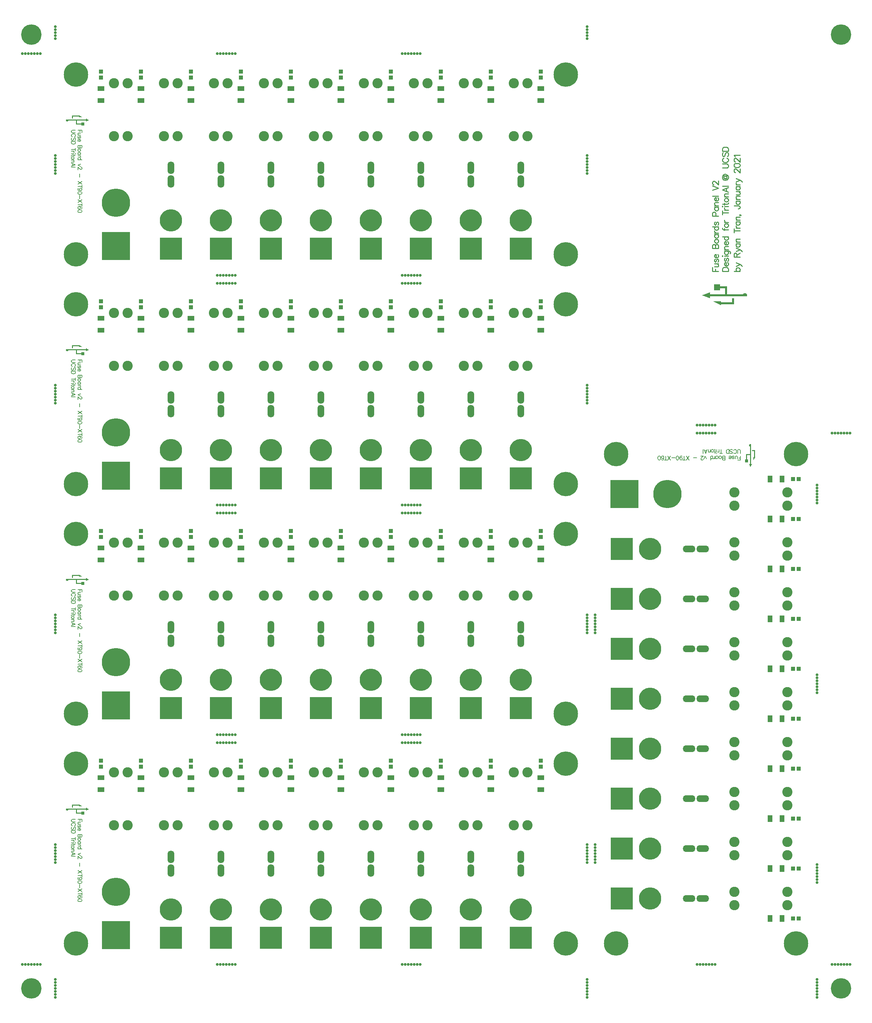
<source format=gts>
G04*
G04 #@! TF.GenerationSoftware,Altium Limited,Altium Designer,22.0.2 (36)*
G04*
G04 Layer_Color=8388736*
%FSLAX44Y44*%
%MOMM*%
G71*
G04*
G04 #@! TF.SameCoordinates,A2EA2B81-71FB-41A7-B433-9E60F2C241B4*
G04*
G04*
G04 #@! TF.FilePolarity,Negative*
G04*
G01*
G75*
%ADD10C,0.2540*%
%ADD13C,0.1524*%
%ADD35R,1.7032X1.2532*%
%ADD36R,1.0032X1.0032*%
%ADD37R,1.2532X1.7032*%
%ADD38R,1.0032X1.0032*%
%ADD39C,5.2032*%
%ADD40C,0.7112*%
%ADD41R,5.6642X5.6642*%
%ADD42C,5.6642*%
%ADD43O,1.7032X3.2032*%
%ADD44C,2.6032*%
%ADD45C,7.2032*%
%ADD46R,7.2032X7.2032*%
%ADD47C,6.2032*%
%ADD48R,5.6642X5.6642*%
%ADD49O,3.2032X1.7032*%
%ADD50R,7.2032X7.2032*%
G36*
X168110Y2253770D02*
X159220D01*
Y2255040D01*
X143980D01*
Y2249960D01*
X141440D01*
Y2257580D01*
X159220D01*
Y2258850D01*
X168110Y2253770D01*
D02*
G37*
G36*
X184620Y2246150D02*
X177000Y2242340D01*
Y2244880D01*
X154140D01*
Y2237260D01*
X165570Y2237260D01*
Y2239800D01*
X173190D01*
Y2232180D01*
X165570D01*
Y2234720D01*
X151600Y2234720D01*
Y2244880D01*
X132550Y2244880D01*
X132549Y2244881D01*
X132337Y2244429D01*
X131677Y2243679D01*
X130833Y2243144D01*
X129874Y2242865D01*
X128875Y2242865D01*
X127916Y2243144D01*
X127073Y2243679D01*
X126412Y2244428D01*
X126200Y2244880D01*
X126200Y2247420D01*
X177000D01*
Y2249960D01*
X184620Y2246150D01*
D02*
G37*
G36*
X1788160Y1823720D02*
X1805940D01*
Y1803400D01*
X1846580D01*
X1847324Y1804144D01*
Y1804144D01*
X1847751Y1804571D01*
X1848755Y1805242D01*
X1849871Y1805704D01*
X1851056Y1805940D01*
X1852264D01*
X1853449Y1805704D01*
X1854565Y1805242D01*
X1855569Y1804571D01*
X1855996Y1804144D01*
X1856740Y1803400D01*
X1856740Y1798320D01*
X1762760D01*
Y1793240D01*
X1742440Y1800860D01*
X1762760Y1808480D01*
Y1803400D01*
X1800860D01*
Y1818640D01*
X1788160D01*
Y1813560D01*
X1772920D01*
Y1828800D01*
X1788160D01*
Y1823720D01*
D02*
G37*
G36*
X1823720Y1778000D02*
X1790700D01*
Y1775460D01*
X1770380Y1785620D01*
X1790700D01*
Y1783080D01*
X1818640D01*
Y1793240D01*
X1823720D01*
Y1778000D01*
D02*
G37*
G36*
X168110Y1669570D02*
X159220D01*
Y1670840D01*
X143980D01*
Y1665760D01*
X141440D01*
Y1673380D01*
X159220D01*
Y1674650D01*
X168110Y1669570D01*
D02*
G37*
G36*
X184620Y1661950D02*
X177000Y1658140D01*
Y1660680D01*
X154140D01*
Y1653060D01*
X165570Y1653060D01*
Y1655600D01*
X173190D01*
Y1647980D01*
X165570D01*
Y1650520D01*
X151600Y1650520D01*
Y1660680D01*
X132550Y1660680D01*
X132549Y1660681D01*
X132337Y1660229D01*
X131677Y1659479D01*
X130833Y1658944D01*
X129874Y1658665D01*
X128875Y1658665D01*
X127916Y1658944D01*
X127073Y1659479D01*
X126412Y1660228D01*
X126200Y1660680D01*
X126200Y1663220D01*
X177000D01*
Y1665760D01*
X184620Y1661950D01*
D02*
G37*
G36*
X1877060Y1389380D02*
X1878330D01*
X1873250Y1380490D01*
Y1389380D01*
X1874520D01*
Y1404620D01*
X1869440D01*
Y1407160D01*
X1877060D01*
Y1389380D01*
D02*
G37*
G36*
X1866900Y1422400D02*
Y1371600D01*
X1869440D01*
X1865630Y1363980D01*
X1861820Y1371600D01*
X1864360D01*
Y1394460D01*
X1856740D01*
X1856740Y1383030D01*
X1859280D01*
Y1375410D01*
X1851660D01*
Y1383030D01*
X1854200D01*
X1854200Y1397000D01*
X1864360D01*
X1864360Y1416050D01*
X1864361Y1416051D01*
X1863909Y1416263D01*
X1863159Y1416924D01*
X1862624Y1417767D01*
X1862345Y1418726D01*
X1862345Y1419725D01*
X1862624Y1420684D01*
X1863159Y1421527D01*
X1863908Y1422188D01*
X1864360Y1422400D01*
X1866900Y1422400D01*
D02*
G37*
G36*
X168110Y1085370D02*
X159220D01*
Y1086640D01*
X143980D01*
Y1081560D01*
X141440D01*
Y1089180D01*
X159220D01*
Y1090450D01*
X168110Y1085370D01*
D02*
G37*
G36*
X184620Y1077750D02*
X177000Y1073940D01*
Y1076480D01*
X154140D01*
Y1068860D01*
X165570Y1068860D01*
Y1071400D01*
X173190D01*
Y1063780D01*
X165570D01*
Y1066320D01*
X151600Y1066320D01*
Y1076480D01*
X132550Y1076480D01*
X132549Y1076481D01*
X132337Y1076029D01*
X131677Y1075279D01*
X130833Y1074744D01*
X129874Y1074465D01*
X128875Y1074465D01*
X127916Y1074744D01*
X127073Y1075279D01*
X126412Y1076028D01*
X126200Y1076480D01*
X126200Y1079020D01*
X177000D01*
Y1081560D01*
X184620Y1077750D01*
D02*
G37*
G36*
X168110Y501170D02*
X159220D01*
Y502440D01*
X143980D01*
Y497360D01*
X141440D01*
Y504980D01*
X159220D01*
Y506250D01*
X168110Y501170D01*
D02*
G37*
G36*
X184620Y493550D02*
X177000Y489740D01*
Y492280D01*
X154140D01*
Y484660D01*
X165570Y484660D01*
Y487200D01*
X173190D01*
Y479580D01*
X165570D01*
Y482120D01*
X151600Y482120D01*
Y492280D01*
X132550Y492280D01*
X132549Y492281D01*
X132337Y491829D01*
X131677Y491079D01*
X130833Y490544D01*
X129874Y490265D01*
X128875Y490265D01*
X127916Y490544D01*
X127073Y491079D01*
X126412Y491828D01*
X126200Y492280D01*
X126200Y494820D01*
X177000D01*
Y497360D01*
X184620Y493550D01*
D02*
G37*
D10*
X1769160Y1861820D02*
X1784397D01*
X1769160D02*
Y1871252D01*
X1776415Y1861820D02*
Y1867625D01*
X1774239Y1872994D02*
X1781494D01*
X1783671Y1873719D01*
X1784397Y1875170D01*
Y1877347D01*
X1783671Y1878798D01*
X1781494Y1880975D01*
X1774239D02*
X1784397D01*
X1776415Y1892946D02*
X1774964Y1892221D01*
X1774239Y1890044D01*
Y1887868D01*
X1774964Y1885691D01*
X1776415Y1884965D01*
X1777866Y1885691D01*
X1778592Y1887142D01*
X1779318Y1890770D01*
X1780043Y1892221D01*
X1781494Y1892946D01*
X1782220D01*
X1783671Y1892221D01*
X1784397Y1890044D01*
Y1887868D01*
X1783671Y1885691D01*
X1782220Y1884965D01*
X1778592Y1896139D02*
Y1904846D01*
X1777141D01*
X1775690Y1904120D01*
X1774964Y1903394D01*
X1774239Y1901943D01*
Y1899767D01*
X1774964Y1898316D01*
X1776415Y1896864D01*
X1778592Y1896139D01*
X1780043D01*
X1782220Y1896864D01*
X1783671Y1898316D01*
X1784397Y1899767D01*
Y1901943D01*
X1783671Y1903394D01*
X1782220Y1904846D01*
X1769160Y1920082D02*
X1784397D01*
X1769160D02*
Y1926613D01*
X1769885Y1928789D01*
X1770611Y1929515D01*
X1772062Y1930240D01*
X1773513D01*
X1774964Y1929515D01*
X1775690Y1928789D01*
X1776415Y1926613D01*
Y1920082D02*
Y1926613D01*
X1777141Y1928789D01*
X1777866Y1929515D01*
X1779318Y1930240D01*
X1781494D01*
X1782945Y1929515D01*
X1783671Y1928789D01*
X1784397Y1926613D01*
Y1920082D01*
X1774239Y1937278D02*
X1774964Y1935827D01*
X1776415Y1934376D01*
X1778592Y1933650D01*
X1780043D01*
X1782220Y1934376D01*
X1783671Y1935827D01*
X1784397Y1937278D01*
Y1939455D01*
X1783671Y1940906D01*
X1782220Y1942357D01*
X1780043Y1943083D01*
X1778592D01*
X1776415Y1942357D01*
X1774964Y1940906D01*
X1774239Y1939455D01*
Y1937278D01*
Y1955127D02*
X1784397D01*
X1776415D02*
X1774964Y1953676D01*
X1774239Y1952225D01*
Y1950048D01*
X1774964Y1948597D01*
X1776415Y1947146D01*
X1778592Y1946420D01*
X1780043D01*
X1782220Y1947146D01*
X1783671Y1948597D01*
X1784397Y1950048D01*
Y1952225D01*
X1783671Y1953676D01*
X1782220Y1955127D01*
X1774239Y1959190D02*
X1784397D01*
X1778592D02*
X1776415Y1959916D01*
X1774964Y1961367D01*
X1774239Y1962818D01*
Y1964995D01*
X1769160Y1975080D02*
X1784397D01*
X1776415D02*
X1774964Y1973629D01*
X1774239Y1972177D01*
Y1970001D01*
X1774964Y1968550D01*
X1776415Y1967099D01*
X1778592Y1966373D01*
X1780043D01*
X1782220Y1967099D01*
X1783671Y1968550D01*
X1784397Y1970001D01*
Y1972177D01*
X1783671Y1973629D01*
X1782220Y1975080D01*
X1776415Y1987124D02*
X1774964Y1986398D01*
X1774239Y1984222D01*
Y1982045D01*
X1774964Y1979868D01*
X1776415Y1979143D01*
X1777866Y1979868D01*
X1778592Y1981320D01*
X1779318Y1984947D01*
X1780043Y1986398D01*
X1781494Y1987124D01*
X1782220D01*
X1783671Y1986398D01*
X1784397Y1984222D01*
Y1982045D01*
X1783671Y1979868D01*
X1782220Y1979143D01*
X1777141Y2002288D02*
Y2008818D01*
X1776415Y2010995D01*
X1775690Y2011720D01*
X1774239Y2012446D01*
X1772062D01*
X1770611Y2011720D01*
X1769885Y2010995D01*
X1769160Y2008818D01*
Y2002288D01*
X1784397D01*
X1774239Y2024563D02*
X1784397D01*
X1776415D02*
X1774964Y2023112D01*
X1774239Y2021661D01*
Y2019484D01*
X1774964Y2018033D01*
X1776415Y2016582D01*
X1778592Y2015856D01*
X1780043D01*
X1782220Y2016582D01*
X1783671Y2018033D01*
X1784397Y2019484D01*
Y2021661D01*
X1783671Y2023112D01*
X1782220Y2024563D01*
X1774239Y2028626D02*
X1784397D01*
X1777141D02*
X1774964Y2030803D01*
X1774239Y2032254D01*
Y2034430D01*
X1774964Y2035882D01*
X1777141Y2036607D01*
X1784397D01*
X1778592Y2040598D02*
Y2049304D01*
X1777141D01*
X1775690Y2048579D01*
X1774964Y2047853D01*
X1774239Y2046402D01*
Y2044225D01*
X1774964Y2042774D01*
X1776415Y2041323D01*
X1778592Y2040598D01*
X1780043D01*
X1782220Y2041323D01*
X1783671Y2042774D01*
X1784397Y2044225D01*
Y2046402D01*
X1783671Y2047853D01*
X1782220Y2049304D01*
X1769160Y2052569D02*
X1784397D01*
X1769160Y2067734D02*
X1784397Y2073538D01*
X1769160Y2079343D02*
X1784397Y2073538D01*
X1772787Y2082027D02*
X1772062D01*
X1770611Y2082753D01*
X1769885Y2083478D01*
X1769160Y2084929D01*
Y2087832D01*
X1769885Y2089283D01*
X1770611Y2090008D01*
X1772062Y2090734D01*
X1773513D01*
X1774964Y2090008D01*
X1777141Y2088557D01*
X1784397Y2081302D01*
Y2091459D01*
X1794265Y1861820D02*
X1809502D01*
X1794265D02*
Y1866899D01*
X1794991Y1869076D01*
X1796442Y1870527D01*
X1797893Y1871252D01*
X1800070Y1871978D01*
X1803698D01*
X1805874Y1871252D01*
X1807325Y1870527D01*
X1808777Y1869076D01*
X1809502Y1866899D01*
Y1861820D01*
X1803698Y1875388D02*
Y1884095D01*
X1802247D01*
X1800795Y1883369D01*
X1800070Y1882643D01*
X1799344Y1881192D01*
Y1879016D01*
X1800070Y1877565D01*
X1801521Y1876113D01*
X1803698Y1875388D01*
X1805149D01*
X1807325Y1876113D01*
X1808777Y1877565D01*
X1809502Y1879016D01*
Y1881192D01*
X1808777Y1882643D01*
X1807325Y1884095D01*
X1801521Y1895341D02*
X1800070Y1894615D01*
X1799344Y1892439D01*
Y1890262D01*
X1800070Y1888085D01*
X1801521Y1887360D01*
X1802972Y1888085D01*
X1803698Y1889536D01*
X1804423Y1893164D01*
X1805149Y1894615D01*
X1806600Y1895341D01*
X1807325D01*
X1808777Y1894615D01*
X1809502Y1892439D01*
Y1890262D01*
X1808777Y1888085D01*
X1807325Y1887360D01*
X1794265Y1899984D02*
X1794991Y1900710D01*
X1794265Y1901436D01*
X1793540Y1900710D01*
X1794265Y1899984D01*
X1799344Y1900710D02*
X1809502D01*
X1799344Y1912827D02*
X1810953D01*
X1813130Y1912101D01*
X1813855Y1911376D01*
X1814581Y1909925D01*
Y1907748D01*
X1813855Y1906297D01*
X1801521Y1912827D02*
X1800070Y1911376D01*
X1799344Y1909925D01*
Y1907748D01*
X1800070Y1906297D01*
X1801521Y1904846D01*
X1803698Y1904120D01*
X1805149D01*
X1807325Y1904846D01*
X1808777Y1906297D01*
X1809502Y1907748D01*
Y1909925D01*
X1808777Y1911376D01*
X1807325Y1912827D01*
X1799344Y1916890D02*
X1809502D01*
X1802247D02*
X1800070Y1919067D01*
X1799344Y1920518D01*
Y1922694D01*
X1800070Y1924146D01*
X1802247Y1924871D01*
X1809502D01*
X1803698Y1928862D02*
Y1937568D01*
X1802247D01*
X1800795Y1936843D01*
X1800070Y1936117D01*
X1799344Y1934666D01*
Y1932489D01*
X1800070Y1931038D01*
X1801521Y1929587D01*
X1803698Y1928862D01*
X1805149D01*
X1807325Y1929587D01*
X1808777Y1931038D01*
X1809502Y1932489D01*
Y1934666D01*
X1808777Y1936117D01*
X1807325Y1937568D01*
X1794265Y1949540D02*
X1809502D01*
X1801521D02*
X1800070Y1948089D01*
X1799344Y1946638D01*
Y1944461D01*
X1800070Y1943010D01*
X1801521Y1941559D01*
X1803698Y1940833D01*
X1805149D01*
X1807325Y1941559D01*
X1808777Y1943010D01*
X1809502Y1944461D01*
Y1946638D01*
X1808777Y1948089D01*
X1807325Y1949540D01*
X1794265Y1971379D02*
Y1969928D01*
X1794991Y1968477D01*
X1797168Y1967752D01*
X1809502D01*
X1799344Y1965575D02*
Y1970654D01*
Y1977184D02*
X1800070Y1975733D01*
X1801521Y1974282D01*
X1803698Y1973556D01*
X1805149D01*
X1807325Y1974282D01*
X1808777Y1975733D01*
X1809502Y1977184D01*
Y1979361D01*
X1808777Y1980812D01*
X1807325Y1982263D01*
X1805149Y1982988D01*
X1803698D01*
X1801521Y1982263D01*
X1800070Y1980812D01*
X1799344Y1979361D01*
Y1977184D01*
Y1986326D02*
X1809502D01*
X1803698D02*
X1801521Y1987051D01*
X1800070Y1988503D01*
X1799344Y1989954D01*
Y1992130D01*
X1794265Y2010560D02*
X1809502D01*
X1794265Y2005481D02*
Y2015638D01*
X1799344Y2017452D02*
X1809502D01*
X1803698D02*
X1801521Y2018178D01*
X1800070Y2019629D01*
X1799344Y2021080D01*
Y2023257D01*
X1794265Y2026087D02*
X1794991Y2026812D01*
X1794265Y2027538D01*
X1793540Y2026812D01*
X1794265Y2026087D01*
X1799344Y2026812D02*
X1809502D01*
X1794265Y2032399D02*
X1806600D01*
X1808777Y2033125D01*
X1809502Y2034576D01*
Y2036027D01*
X1799344Y2030222D02*
Y2035301D01*
Y2041831D02*
X1800070Y2040380D01*
X1801521Y2038929D01*
X1803698Y2038203D01*
X1805149D01*
X1807325Y2038929D01*
X1808777Y2040380D01*
X1809502Y2041831D01*
Y2044008D01*
X1808777Y2045459D01*
X1807325Y2046910D01*
X1805149Y2047636D01*
X1803698D01*
X1801521Y2046910D01*
X1800070Y2045459D01*
X1799344Y2044008D01*
Y2041831D01*
Y2050973D02*
X1809502D01*
X1802247D02*
X1800070Y2053150D01*
X1799344Y2054601D01*
Y2056778D01*
X1800070Y2058229D01*
X1802247Y2058954D01*
X1809502D01*
Y2074554D02*
X1794265Y2068749D01*
X1809502Y2062945D01*
X1804423Y2065122D02*
Y2072377D01*
X1794265Y2078109D02*
X1809502D01*
X1800070Y2104157D02*
X1798619Y2103431D01*
X1797893Y2101980D01*
Y2099803D01*
X1798619Y2098352D01*
X1799344Y2097627D01*
X1801521Y2096901D01*
X1803698D01*
X1805149Y2097627D01*
X1805874Y2099078D01*
Y2101254D01*
X1805149Y2102706D01*
X1803698Y2103431D01*
X1797893Y2099803D02*
X1799344Y2098352D01*
X1801521Y2097627D01*
X1803698D01*
X1805149Y2098352D01*
X1805874Y2099078D01*
X1797893Y2104157D02*
X1803698Y2103431D01*
X1805149D01*
X1805874Y2104882D01*
Y2106333D01*
X1804423Y2107784D01*
X1802247Y2108510D01*
X1800795D01*
X1798619Y2107784D01*
X1797168Y2107059D01*
X1795717Y2105608D01*
X1794991Y2104157D01*
X1794265Y2101980D01*
Y2099803D01*
X1794991Y2097627D01*
X1795717Y2096176D01*
X1797168Y2094724D01*
X1798619Y2093999D01*
X1800795Y2093273D01*
X1802972D01*
X1805149Y2093999D01*
X1806600Y2094724D01*
X1808051Y2096176D01*
X1808777Y2097627D01*
X1809502Y2099803D01*
Y2101980D01*
X1808777Y2104157D01*
X1808051Y2105608D01*
X1807325Y2106333D01*
X1797893Y2104882D02*
X1803698Y2104157D01*
X1805149D01*
X1805874Y2104882D01*
X1794265Y2124400D02*
X1805149D01*
X1807325Y2125125D01*
X1808777Y2126577D01*
X1809502Y2128753D01*
Y2130204D01*
X1808777Y2132381D01*
X1807325Y2133832D01*
X1805149Y2134558D01*
X1794265D01*
X1797893Y2149649D02*
X1796442Y2148924D01*
X1794991Y2147473D01*
X1794265Y2146021D01*
Y2143119D01*
X1794991Y2141668D01*
X1796442Y2140217D01*
X1797893Y2139491D01*
X1800070Y2138766D01*
X1803698D01*
X1805874Y2139491D01*
X1807325Y2140217D01*
X1808777Y2141668D01*
X1809502Y2143119D01*
Y2146021D01*
X1808777Y2147473D01*
X1807325Y2148924D01*
X1805874Y2149649D01*
X1796442Y2164088D02*
X1794991Y2162637D01*
X1794265Y2160460D01*
Y2157558D01*
X1794991Y2155381D01*
X1796442Y2153930D01*
X1797893D01*
X1799344Y2154656D01*
X1800070Y2155381D01*
X1800795Y2156832D01*
X1802247Y2161186D01*
X1802972Y2162637D01*
X1803698Y2163362D01*
X1805149Y2164088D01*
X1807325D01*
X1808777Y2162637D01*
X1809502Y2160460D01*
Y2157558D01*
X1808777Y2155381D01*
X1807325Y2153930D01*
X1794265Y2167498D02*
X1809502D01*
X1794265D02*
Y2172577D01*
X1794991Y2174754D01*
X1796442Y2176205D01*
X1797893Y2176930D01*
X1800070Y2177656D01*
X1803698D01*
X1805874Y2176930D01*
X1807325Y2176205D01*
X1808777Y2174754D01*
X1809502Y2172577D01*
Y2167498D01*
X1823724Y1861820D02*
X1838961D01*
X1830980D02*
X1829529Y1863271D01*
X1828803Y1864722D01*
Y1866899D01*
X1829529Y1868350D01*
X1830980Y1869801D01*
X1833157Y1870527D01*
X1834608D01*
X1836784Y1869801D01*
X1838235Y1868350D01*
X1838961Y1866899D01*
Y1864722D01*
X1838235Y1863271D01*
X1836784Y1861820D01*
X1828803Y1874517D02*
X1838961Y1878871D01*
X1828803Y1883224D02*
X1838961Y1878871D01*
X1841863Y1877419D01*
X1843314Y1875968D01*
X1844040Y1874517D01*
Y1873792D01*
X1823724Y1897735D02*
X1838961D01*
X1823724D02*
Y1904265D01*
X1824450Y1906442D01*
X1825175Y1907168D01*
X1826627Y1907893D01*
X1828078D01*
X1829529Y1907168D01*
X1830254Y1906442D01*
X1830980Y1904265D01*
Y1897735D01*
Y1902814D02*
X1838961Y1907893D01*
X1828803Y1912029D02*
X1838961Y1916382D01*
X1828803Y1920735D02*
X1838961Y1916382D01*
X1841863Y1914931D01*
X1843314Y1913480D01*
X1844040Y1912029D01*
Y1911303D01*
X1828803Y1931982D02*
X1838961D01*
X1830980D02*
X1829529Y1930531D01*
X1828803Y1929079D01*
Y1926903D01*
X1829529Y1925452D01*
X1830980Y1924000D01*
X1833157Y1923275D01*
X1834608D01*
X1836784Y1924000D01*
X1838235Y1925452D01*
X1838961Y1926903D01*
Y1929079D01*
X1838235Y1930531D01*
X1836784Y1931982D01*
X1828803Y1936045D02*
X1838961D01*
X1831705D02*
X1829529Y1938221D01*
X1828803Y1939673D01*
Y1941849D01*
X1829529Y1943300D01*
X1831705Y1944026D01*
X1838961D01*
X1823724Y1965067D02*
X1838961D01*
X1823724Y1959988D02*
Y1970146D01*
X1828803Y1971960D02*
X1838961D01*
X1833157D02*
X1830980Y1972685D01*
X1829529Y1974137D01*
X1828803Y1975588D01*
Y1977764D01*
Y1987850D02*
X1838961D01*
X1830980D02*
X1829529Y1986398D01*
X1828803Y1984947D01*
Y1982771D01*
X1829529Y1981320D01*
X1830980Y1979868D01*
X1833157Y1979143D01*
X1834608D01*
X1836784Y1979868D01*
X1838235Y1981320D01*
X1838961Y1982771D01*
Y1984947D01*
X1838235Y1986398D01*
X1836784Y1987850D01*
X1828803Y1991913D02*
X1838961D01*
X1831705D02*
X1829529Y1994089D01*
X1828803Y1995541D01*
Y1997717D01*
X1829529Y1999168D01*
X1831705Y1999894D01*
X1838961D01*
X1838235Y2005336D02*
X1838961Y2004610D01*
X1838235Y2003884D01*
X1837510Y2004610D01*
X1838235Y2005336D01*
X1839687D01*
X1841138Y2004610D01*
X1841863Y2003884D01*
X1823724Y2027901D02*
X1835333D01*
X1837510Y2027175D01*
X1838235Y2026449D01*
X1838961Y2024998D01*
Y2023547D01*
X1838235Y2022096D01*
X1837510Y2021371D01*
X1835333Y2020645D01*
X1833882D01*
X1828803Y2040525D02*
X1838961D01*
X1830980D02*
X1829529Y2039074D01*
X1828803Y2037623D01*
Y2035446D01*
X1829529Y2033995D01*
X1830980Y2032544D01*
X1833157Y2031819D01*
X1834608D01*
X1836784Y2032544D01*
X1838235Y2033995D01*
X1838961Y2035446D01*
Y2037623D01*
X1838235Y2039074D01*
X1836784Y2040525D01*
X1828803Y2044588D02*
X1838961D01*
X1831705D02*
X1829529Y2046765D01*
X1828803Y2048216D01*
Y2050393D01*
X1829529Y2051844D01*
X1831705Y2052569D01*
X1838961D01*
X1828803Y2056560D02*
X1836059D01*
X1838235Y2057286D01*
X1838961Y2058737D01*
Y2060913D01*
X1838235Y2062365D01*
X1836059Y2064541D01*
X1828803D02*
X1838961D01*
X1828803Y2077238D02*
X1838961D01*
X1830980D02*
X1829529Y2075787D01*
X1828803Y2074336D01*
Y2072160D01*
X1829529Y2070708D01*
X1830980Y2069257D01*
X1833157Y2068532D01*
X1834608D01*
X1836784Y2069257D01*
X1838235Y2070708D01*
X1838961Y2072160D01*
Y2074336D01*
X1838235Y2075787D01*
X1836784Y2077238D01*
X1828803Y2081302D02*
X1838961D01*
X1833157D02*
X1830980Y2082027D01*
X1829529Y2083478D01*
X1828803Y2084929D01*
Y2087106D01*
Y2089210D02*
X1838961Y2093564D01*
X1828803Y2097917D02*
X1838961Y2093564D01*
X1841863Y2092112D01*
X1843314Y2090661D01*
X1844040Y2089210D01*
Y2088485D01*
X1827352Y2113154D02*
X1826627D01*
X1825175Y2113879D01*
X1824450Y2114605D01*
X1823724Y2116056D01*
Y2118958D01*
X1824450Y2120409D01*
X1825175Y2121135D01*
X1826627Y2121860D01*
X1828078D01*
X1829529Y2121135D01*
X1831705Y2119684D01*
X1838961Y2112428D01*
Y2122586D01*
X1823724Y2130349D02*
X1824450Y2128173D01*
X1826627Y2126722D01*
X1830254Y2125996D01*
X1832431D01*
X1836059Y2126722D01*
X1838235Y2128173D01*
X1838961Y2130349D01*
Y2131801D01*
X1838235Y2133977D01*
X1836059Y2135428D01*
X1832431Y2136154D01*
X1830254D01*
X1826627Y2135428D01*
X1824450Y2133977D01*
X1823724Y2131801D01*
Y2130349D01*
X1827352Y2140290D02*
X1826627D01*
X1825175Y2141015D01*
X1824450Y2141741D01*
X1823724Y2143192D01*
Y2146094D01*
X1824450Y2147545D01*
X1825175Y2148271D01*
X1826627Y2148996D01*
X1828078D01*
X1829529Y2148271D01*
X1831705Y2146820D01*
X1838961Y2139564D01*
Y2149722D01*
X1826627Y2153132D02*
X1825901Y2154583D01*
X1823724Y2156760D01*
X1838961D01*
D13*
X166912Y467896D02*
X156755D01*
X166912D02*
Y461608D01*
X162076Y467896D02*
Y464026D01*
X163527Y460447D02*
X158689D01*
X157238Y459963D01*
X156755Y458996D01*
Y457545D01*
X157238Y456577D01*
X158689Y455126D01*
X163527D02*
X156755D01*
X162076Y447145D02*
X163043Y447629D01*
X163527Y449080D01*
Y450531D01*
X163043Y451982D01*
X162076Y452466D01*
X161108Y451982D01*
X160624Y451015D01*
X160141Y448596D01*
X159657Y447629D01*
X158689Y447145D01*
X158206D01*
X157238Y447629D01*
X156755Y449080D01*
Y450531D01*
X157238Y451982D01*
X158206Y452466D01*
X160624Y445017D02*
Y439212D01*
X161592D01*
X162559Y439696D01*
X163043Y440180D01*
X163527Y441147D01*
Y442598D01*
X163043Y443566D01*
X162076Y444533D01*
X160624Y445017D01*
X159657D01*
X158206Y444533D01*
X157238Y443566D01*
X156755Y442598D01*
Y441147D01*
X157238Y440180D01*
X158206Y439212D01*
X166912Y429054D02*
X156755D01*
X166912D02*
Y424701D01*
X166429Y423250D01*
X165945Y422766D01*
X164978Y422282D01*
X164010D01*
X163043Y422766D01*
X162559Y423250D01*
X162076Y424701D01*
Y429054D02*
Y424701D01*
X161592Y423250D01*
X161108Y422766D01*
X160141Y422282D01*
X158689D01*
X157722Y422766D01*
X157238Y423250D01*
X156755Y424701D01*
Y429054D01*
X163527Y417591D02*
X163043Y418558D01*
X162076Y419525D01*
X160624Y420009D01*
X159657D01*
X158206Y419525D01*
X157238Y418558D01*
X156755Y417591D01*
Y416139D01*
X157238Y415172D01*
X158206Y414205D01*
X159657Y413721D01*
X160624D01*
X162076Y414205D01*
X163043Y415172D01*
X163527Y416139D01*
Y417591D01*
Y405691D02*
X156755D01*
X162076D02*
X163043Y406659D01*
X163527Y407626D01*
Y409077D01*
X163043Y410045D01*
X162076Y411012D01*
X160624Y411496D01*
X159657D01*
X158206Y411012D01*
X157238Y410045D01*
X156755Y409077D01*
Y407626D01*
X157238Y406659D01*
X158206Y405691D01*
X163527Y402983D02*
X156755D01*
X160624D02*
X162076Y402499D01*
X163043Y401532D01*
X163527Y400564D01*
Y399113D01*
X166912Y392390D02*
X156755D01*
X162076D02*
X163043Y393357D01*
X163527Y394324D01*
Y395775D01*
X163043Y396743D01*
X162076Y397710D01*
X160624Y398194D01*
X159657D01*
X158206Y397710D01*
X157238Y396743D01*
X156755Y395775D01*
Y394324D01*
X157238Y393357D01*
X158206Y392390D01*
X163527Y381700D02*
X156755Y378797D01*
X163527Y375895D02*
X156755Y378797D01*
X164494Y373767D02*
X164978D01*
X165945Y373283D01*
X166429Y372799D01*
X166912Y371832D01*
Y369897D01*
X166429Y368930D01*
X165945Y368446D01*
X164978Y367962D01*
X164010D01*
X163043Y368446D01*
X161592Y369413D01*
X156755Y374251D01*
Y367479D01*
X161108Y357224D02*
Y348517D01*
X166912Y337537D02*
X156755Y330765D01*
X166912D02*
X156755Y337537D01*
X166912Y325106D02*
X156755D01*
X166912Y328492D02*
Y321720D01*
X163527Y314223D02*
X162076Y314706D01*
X161108Y315674D01*
X160624Y317125D01*
Y317609D01*
X161108Y319060D01*
X162076Y320027D01*
X163527Y320511D01*
X164010D01*
X165461Y320027D01*
X166429Y319060D01*
X166912Y317609D01*
Y317125D01*
X166429Y315674D01*
X165461Y314706D01*
X163527Y314223D01*
X161108D01*
X158689Y314706D01*
X157238Y315674D01*
X156755Y317125D01*
Y318092D01*
X157238Y319543D01*
X158206Y320027D01*
X166912Y308563D02*
X166429Y310014D01*
X164978Y310982D01*
X162559Y311466D01*
X161108D01*
X158689Y310982D01*
X157238Y310014D01*
X156755Y308563D01*
Y307596D01*
X157238Y306145D01*
X158689Y305177D01*
X161108Y304694D01*
X162559D01*
X164978Y305177D01*
X166429Y306145D01*
X166912Y307596D01*
Y308563D01*
X161108Y302420D02*
Y293714D01*
X166912Y290715D02*
X156755Y283943D01*
X166912D02*
X156755Y290715D01*
X166912Y278283D02*
X156755D01*
X166912Y281669D02*
Y274897D01*
X165461Y267884D02*
X166429Y268367D01*
X166912Y269818D01*
Y270786D01*
X166429Y272237D01*
X164978Y273204D01*
X162559Y273688D01*
X160141D01*
X158206Y273204D01*
X157238Y272237D01*
X156755Y270786D01*
Y270302D01*
X157238Y268851D01*
X158206Y267884D01*
X159657Y267400D01*
X160141D01*
X161592Y267884D01*
X162559Y268851D01*
X163043Y270302D01*
Y270786D01*
X162559Y272237D01*
X161592Y273204D01*
X160141Y273688D01*
X166912Y262273D02*
X166429Y263724D01*
X164978Y264691D01*
X162559Y265175D01*
X161108D01*
X158689Y264691D01*
X157238Y263724D01*
X156755Y262273D01*
Y261305D01*
X157238Y259854D01*
X158689Y258887D01*
X161108Y258403D01*
X162559D01*
X164978Y258887D01*
X166429Y259854D01*
X166912Y261305D01*
Y262273D01*
X150582Y467896D02*
X143326D01*
X141875Y467412D01*
X140908Y466445D01*
X140424Y464994D01*
Y464026D01*
X140908Y462575D01*
X141875Y461608D01*
X143326Y461124D01*
X150582D01*
X148163Y451063D02*
X149131Y451547D01*
X150098Y452514D01*
X150582Y453482D01*
Y455416D01*
X150098Y456384D01*
X149131Y457351D01*
X148163Y457835D01*
X146712Y458319D01*
X144294D01*
X142843Y457835D01*
X141875Y457351D01*
X140908Y456384D01*
X140424Y455416D01*
Y453482D01*
X140908Y452514D01*
X141875Y451547D01*
X142843Y451063D01*
X149131Y441437D02*
X150098Y442405D01*
X150582Y443856D01*
Y445791D01*
X150098Y447242D01*
X149131Y448209D01*
X148163D01*
X147196Y447725D01*
X146712Y447242D01*
X146229Y446274D01*
X145261Y443372D01*
X144777Y442405D01*
X144294Y441921D01*
X143326Y441437D01*
X141875D01*
X140908Y442405D01*
X140424Y443856D01*
Y445791D01*
X140908Y447242D01*
X141875Y448209D01*
X150582Y439164D02*
X140424D01*
X150582D02*
Y435778D01*
X150098Y434327D01*
X149131Y433359D01*
X148163Y432876D01*
X146712Y432392D01*
X144294D01*
X142843Y432876D01*
X141875Y433359D01*
X140908Y434327D01*
X140424Y435778D01*
Y439164D01*
X150582Y418751D02*
X140424D01*
X150582Y422137D02*
Y415366D01*
X147196Y414156D02*
X140424D01*
X144294D02*
X145745Y413673D01*
X146712Y412705D01*
X147196Y411738D01*
Y410287D01*
X150582Y408400D02*
X150098Y407916D01*
X150582Y407433D01*
X151066Y407916D01*
X150582Y408400D01*
X147196Y407916D02*
X140424D01*
X150582Y404192D02*
X142359D01*
X140908Y403708D01*
X140424Y402741D01*
Y401773D01*
X147196Y405643D02*
Y402257D01*
Y397904D02*
X146712Y398871D01*
X145745Y399839D01*
X144294Y400322D01*
X143326D01*
X141875Y399839D01*
X140908Y398871D01*
X140424Y397904D01*
Y396453D01*
X140908Y395485D01*
X141875Y394518D01*
X143326Y394034D01*
X144294D01*
X145745Y394518D01*
X146712Y395485D01*
X147196Y396453D01*
Y397904D01*
Y391809D02*
X140424D01*
X145261D02*
X146712Y390358D01*
X147196Y389391D01*
Y387939D01*
X146712Y386972D01*
X145261Y386488D01*
X140424D01*
Y376089D02*
X150582Y379958D01*
X140424Y383828D01*
X143810Y382377D02*
Y377540D01*
X150582Y373718D02*
X140424D01*
X166912Y1052096D02*
X156755D01*
X166912D02*
Y1045808D01*
X162076Y1052096D02*
Y1048226D01*
X163527Y1044647D02*
X158689D01*
X157238Y1044163D01*
X156755Y1043196D01*
Y1041745D01*
X157238Y1040777D01*
X158689Y1039326D01*
X163527D02*
X156755D01*
X162076Y1031345D02*
X163043Y1031829D01*
X163527Y1033280D01*
Y1034731D01*
X163043Y1036182D01*
X162076Y1036666D01*
X161108Y1036182D01*
X160624Y1035215D01*
X160141Y1032796D01*
X159657Y1031829D01*
X158689Y1031345D01*
X158206D01*
X157238Y1031829D01*
X156755Y1033280D01*
Y1034731D01*
X157238Y1036182D01*
X158206Y1036666D01*
X160624Y1029217D02*
Y1023412D01*
X161592D01*
X162559Y1023896D01*
X163043Y1024380D01*
X163527Y1025347D01*
Y1026798D01*
X163043Y1027766D01*
X162076Y1028733D01*
X160624Y1029217D01*
X159657D01*
X158206Y1028733D01*
X157238Y1027766D01*
X156755Y1026798D01*
Y1025347D01*
X157238Y1024380D01*
X158206Y1023412D01*
X166912Y1013254D02*
X156755D01*
X166912D02*
Y1008901D01*
X166429Y1007450D01*
X165945Y1006966D01*
X164978Y1006482D01*
X164010D01*
X163043Y1006966D01*
X162559Y1007450D01*
X162076Y1008901D01*
Y1013254D02*
Y1008901D01*
X161592Y1007450D01*
X161108Y1006966D01*
X160141Y1006482D01*
X158689D01*
X157722Y1006966D01*
X157238Y1007450D01*
X156755Y1008901D01*
Y1013254D01*
X163527Y1001791D02*
X163043Y1002758D01*
X162076Y1003725D01*
X160624Y1004209D01*
X159657D01*
X158206Y1003725D01*
X157238Y1002758D01*
X156755Y1001791D01*
Y1000340D01*
X157238Y999372D01*
X158206Y998405D01*
X159657Y997921D01*
X160624D01*
X162076Y998405D01*
X163043Y999372D01*
X163527Y1000340D01*
Y1001791D01*
Y989892D02*
X156755D01*
X162076D02*
X163043Y990859D01*
X163527Y991826D01*
Y993277D01*
X163043Y994245D01*
X162076Y995212D01*
X160624Y995696D01*
X159657D01*
X158206Y995212D01*
X157238Y994245D01*
X156755Y993277D01*
Y991826D01*
X157238Y990859D01*
X158206Y989892D01*
X163527Y987183D02*
X156755D01*
X160624D02*
X162076Y986699D01*
X163043Y985732D01*
X163527Y984764D01*
Y983313D01*
X166912Y976590D02*
X156755D01*
X162076D02*
X163043Y977557D01*
X163527Y978524D01*
Y979976D01*
X163043Y980943D01*
X162076Y981910D01*
X160624Y982394D01*
X159657D01*
X158206Y981910D01*
X157238Y980943D01*
X156755Y979976D01*
Y978524D01*
X157238Y977557D01*
X158206Y976590D01*
X163527Y965900D02*
X156755Y962997D01*
X163527Y960095D02*
X156755Y962997D01*
X164494Y957967D02*
X164978D01*
X165945Y957483D01*
X166429Y957000D01*
X166912Y956032D01*
Y954097D01*
X166429Y953130D01*
X165945Y952646D01*
X164978Y952162D01*
X164010D01*
X163043Y952646D01*
X161592Y953614D01*
X156755Y958451D01*
Y951679D01*
X161108Y941424D02*
Y932717D01*
X166912Y921737D02*
X156755Y914965D01*
X166912D02*
X156755Y921737D01*
X166912Y909306D02*
X156755D01*
X166912Y912692D02*
Y905920D01*
X163527Y898423D02*
X162076Y898906D01*
X161108Y899874D01*
X160624Y901325D01*
Y901809D01*
X161108Y903260D01*
X162076Y904227D01*
X163527Y904711D01*
X164010D01*
X165461Y904227D01*
X166429Y903260D01*
X166912Y901809D01*
Y901325D01*
X166429Y899874D01*
X165461Y898906D01*
X163527Y898423D01*
X161108D01*
X158689Y898906D01*
X157238Y899874D01*
X156755Y901325D01*
Y902292D01*
X157238Y903744D01*
X158206Y904227D01*
X166912Y892763D02*
X166429Y894214D01*
X164978Y895182D01*
X162559Y895666D01*
X161108D01*
X158689Y895182D01*
X157238Y894214D01*
X156755Y892763D01*
Y891796D01*
X157238Y890345D01*
X158689Y889377D01*
X161108Y888894D01*
X162559D01*
X164978Y889377D01*
X166429Y890345D01*
X166912Y891796D01*
Y892763D01*
X161108Y886620D02*
Y877914D01*
X166912Y874915D02*
X156755Y868143D01*
X166912D02*
X156755Y874915D01*
X166912Y862483D02*
X156755D01*
X166912Y865869D02*
Y859097D01*
X165461Y852084D02*
X166429Y852567D01*
X166912Y854018D01*
Y854986D01*
X166429Y856437D01*
X164978Y857404D01*
X162559Y857888D01*
X160141D01*
X158206Y857404D01*
X157238Y856437D01*
X156755Y854986D01*
Y854502D01*
X157238Y853051D01*
X158206Y852084D01*
X159657Y851600D01*
X160141D01*
X161592Y852084D01*
X162559Y853051D01*
X163043Y854502D01*
Y854986D01*
X162559Y856437D01*
X161592Y857404D01*
X160141Y857888D01*
X166912Y846473D02*
X166429Y847924D01*
X164978Y848891D01*
X162559Y849375D01*
X161108D01*
X158689Y848891D01*
X157238Y847924D01*
X156755Y846473D01*
Y845505D01*
X157238Y844054D01*
X158689Y843087D01*
X161108Y842603D01*
X162559D01*
X164978Y843087D01*
X166429Y844054D01*
X166912Y845505D01*
Y846473D01*
X150582Y1052096D02*
X143326D01*
X141875Y1051612D01*
X140908Y1050645D01*
X140424Y1049194D01*
Y1048226D01*
X140908Y1046775D01*
X141875Y1045808D01*
X143326Y1045324D01*
X150582D01*
X148163Y1035263D02*
X149131Y1035747D01*
X150098Y1036714D01*
X150582Y1037682D01*
Y1039616D01*
X150098Y1040584D01*
X149131Y1041551D01*
X148163Y1042035D01*
X146712Y1042519D01*
X144294D01*
X142843Y1042035D01*
X141875Y1041551D01*
X140908Y1040584D01*
X140424Y1039616D01*
Y1037682D01*
X140908Y1036714D01*
X141875Y1035747D01*
X142843Y1035263D01*
X149131Y1025637D02*
X150098Y1026605D01*
X150582Y1028056D01*
Y1029991D01*
X150098Y1031442D01*
X149131Y1032409D01*
X148163D01*
X147196Y1031926D01*
X146712Y1031442D01*
X146229Y1030474D01*
X145261Y1027572D01*
X144777Y1026605D01*
X144294Y1026121D01*
X143326Y1025637D01*
X141875D01*
X140908Y1026605D01*
X140424Y1028056D01*
Y1029991D01*
X140908Y1031442D01*
X141875Y1032409D01*
X150582Y1023364D02*
X140424D01*
X150582D02*
Y1019978D01*
X150098Y1018527D01*
X149131Y1017559D01*
X148163Y1017076D01*
X146712Y1016592D01*
X144294D01*
X142843Y1017076D01*
X141875Y1017559D01*
X140908Y1018527D01*
X140424Y1019978D01*
Y1023364D01*
X150582Y1002952D02*
X140424D01*
X150582Y1006338D02*
Y999566D01*
X147196Y998356D02*
X140424D01*
X144294D02*
X145745Y997873D01*
X146712Y996905D01*
X147196Y995938D01*
Y994487D01*
X150582Y992600D02*
X150098Y992116D01*
X150582Y991633D01*
X151066Y992116D01*
X150582Y992600D01*
X147196Y992116D02*
X140424D01*
X150582Y988392D02*
X142359D01*
X140908Y987908D01*
X140424Y986941D01*
Y985974D01*
X147196Y989843D02*
Y986457D01*
Y982104D02*
X146712Y983071D01*
X145745Y984039D01*
X144294Y984522D01*
X143326D01*
X141875Y984039D01*
X140908Y983071D01*
X140424Y982104D01*
Y980653D01*
X140908Y979685D01*
X141875Y978718D01*
X143326Y978234D01*
X144294D01*
X145745Y978718D01*
X146712Y979685D01*
X147196Y980653D01*
Y982104D01*
Y976009D02*
X140424D01*
X145261D02*
X146712Y974558D01*
X147196Y973591D01*
Y972140D01*
X146712Y971172D01*
X145261Y970688D01*
X140424D01*
Y960289D02*
X150582Y964158D01*
X140424Y968028D01*
X143810Y966577D02*
Y961740D01*
X150582Y957918D02*
X140424D01*
X166912Y1636296D02*
X156755D01*
X166912D02*
Y1630008D01*
X162076Y1636296D02*
Y1632426D01*
X163527Y1628847D02*
X158689D01*
X157238Y1628363D01*
X156755Y1627396D01*
Y1625945D01*
X157238Y1624977D01*
X158689Y1623526D01*
X163527D02*
X156755D01*
X162076Y1615545D02*
X163043Y1616029D01*
X163527Y1617480D01*
Y1618931D01*
X163043Y1620382D01*
X162076Y1620866D01*
X161108Y1620382D01*
X160624Y1619415D01*
X160141Y1616996D01*
X159657Y1616029D01*
X158689Y1615545D01*
X158206D01*
X157238Y1616029D01*
X156755Y1617480D01*
Y1618931D01*
X157238Y1620382D01*
X158206Y1620866D01*
X160624Y1613417D02*
Y1607612D01*
X161592D01*
X162559Y1608096D01*
X163043Y1608580D01*
X163527Y1609547D01*
Y1610998D01*
X163043Y1611966D01*
X162076Y1612933D01*
X160624Y1613417D01*
X159657D01*
X158206Y1612933D01*
X157238Y1611966D01*
X156755Y1610998D01*
Y1609547D01*
X157238Y1608580D01*
X158206Y1607612D01*
X166912Y1597454D02*
X156755D01*
X166912D02*
Y1593101D01*
X166429Y1591650D01*
X165945Y1591166D01*
X164978Y1590683D01*
X164010D01*
X163043Y1591166D01*
X162559Y1591650D01*
X162076Y1593101D01*
Y1597454D02*
Y1593101D01*
X161592Y1591650D01*
X161108Y1591166D01*
X160141Y1590683D01*
X158689D01*
X157722Y1591166D01*
X157238Y1591650D01*
X156755Y1593101D01*
Y1597454D01*
X163527Y1585991D02*
X163043Y1586958D01*
X162076Y1587925D01*
X160624Y1588409D01*
X159657D01*
X158206Y1587925D01*
X157238Y1586958D01*
X156755Y1585991D01*
Y1584539D01*
X157238Y1583572D01*
X158206Y1582605D01*
X159657Y1582121D01*
X160624D01*
X162076Y1582605D01*
X163043Y1583572D01*
X163527Y1584539D01*
Y1585991D01*
Y1574091D02*
X156755D01*
X162076D02*
X163043Y1575059D01*
X163527Y1576026D01*
Y1577477D01*
X163043Y1578445D01*
X162076Y1579412D01*
X160624Y1579896D01*
X159657D01*
X158206Y1579412D01*
X157238Y1578445D01*
X156755Y1577477D01*
Y1576026D01*
X157238Y1575059D01*
X158206Y1574091D01*
X163527Y1571383D02*
X156755D01*
X160624D02*
X162076Y1570899D01*
X163043Y1569932D01*
X163527Y1568964D01*
Y1567513D01*
X166912Y1560790D02*
X156755D01*
X162076D02*
X163043Y1561757D01*
X163527Y1562724D01*
Y1564176D01*
X163043Y1565143D01*
X162076Y1566110D01*
X160624Y1566594D01*
X159657D01*
X158206Y1566110D01*
X157238Y1565143D01*
X156755Y1564176D01*
Y1562724D01*
X157238Y1561757D01*
X158206Y1560790D01*
X163527Y1550100D02*
X156755Y1547197D01*
X163527Y1544295D02*
X156755Y1547197D01*
X164494Y1542167D02*
X164978D01*
X165945Y1541683D01*
X166429Y1541199D01*
X166912Y1540232D01*
Y1538297D01*
X166429Y1537330D01*
X165945Y1536846D01*
X164978Y1536362D01*
X164010D01*
X163043Y1536846D01*
X161592Y1537814D01*
X156755Y1542651D01*
Y1535879D01*
X161108Y1525624D02*
Y1516917D01*
X166912Y1505937D02*
X156755Y1499165D01*
X166912D02*
X156755Y1505937D01*
X166912Y1493506D02*
X156755D01*
X166912Y1496892D02*
Y1490120D01*
X163527Y1482623D02*
X162076Y1483106D01*
X161108Y1484074D01*
X160624Y1485525D01*
Y1486009D01*
X161108Y1487460D01*
X162076Y1488427D01*
X163527Y1488911D01*
X164010D01*
X165461Y1488427D01*
X166429Y1487460D01*
X166912Y1486009D01*
Y1485525D01*
X166429Y1484074D01*
X165461Y1483106D01*
X163527Y1482623D01*
X161108D01*
X158689Y1483106D01*
X157238Y1484074D01*
X156755Y1485525D01*
Y1486492D01*
X157238Y1487944D01*
X158206Y1488427D01*
X166912Y1476963D02*
X166429Y1478414D01*
X164978Y1479382D01*
X162559Y1479866D01*
X161108D01*
X158689Y1479382D01*
X157238Y1478414D01*
X156755Y1476963D01*
Y1475996D01*
X157238Y1474545D01*
X158689Y1473577D01*
X161108Y1473094D01*
X162559D01*
X164978Y1473577D01*
X166429Y1474545D01*
X166912Y1475996D01*
Y1476963D01*
X161108Y1470820D02*
Y1462114D01*
X166912Y1459115D02*
X156755Y1452343D01*
X166912D02*
X156755Y1459115D01*
X166912Y1446683D02*
X156755D01*
X166912Y1450069D02*
Y1443297D01*
X165461Y1436284D02*
X166429Y1436767D01*
X166912Y1438219D01*
Y1439186D01*
X166429Y1440637D01*
X164978Y1441604D01*
X162559Y1442088D01*
X160141D01*
X158206Y1441604D01*
X157238Y1440637D01*
X156755Y1439186D01*
Y1438702D01*
X157238Y1437251D01*
X158206Y1436284D01*
X159657Y1435800D01*
X160141D01*
X161592Y1436284D01*
X162559Y1437251D01*
X163043Y1438702D01*
Y1439186D01*
X162559Y1440637D01*
X161592Y1441604D01*
X160141Y1442088D01*
X166912Y1430673D02*
X166429Y1432124D01*
X164978Y1433091D01*
X162559Y1433575D01*
X161108D01*
X158689Y1433091D01*
X157238Y1432124D01*
X156755Y1430673D01*
Y1429705D01*
X157238Y1428254D01*
X158689Y1427287D01*
X161108Y1426803D01*
X162559D01*
X164978Y1427287D01*
X166429Y1428254D01*
X166912Y1429705D01*
Y1430673D01*
X150582Y1636296D02*
X143326D01*
X141875Y1635812D01*
X140908Y1634845D01*
X140424Y1633394D01*
Y1632426D01*
X140908Y1630975D01*
X141875Y1630008D01*
X143326Y1629524D01*
X150582D01*
X148163Y1619463D02*
X149131Y1619947D01*
X150098Y1620914D01*
X150582Y1621882D01*
Y1623816D01*
X150098Y1624784D01*
X149131Y1625751D01*
X148163Y1626235D01*
X146712Y1626719D01*
X144294D01*
X142843Y1626235D01*
X141875Y1625751D01*
X140908Y1624784D01*
X140424Y1623816D01*
Y1621882D01*
X140908Y1620914D01*
X141875Y1619947D01*
X142843Y1619463D01*
X149131Y1609837D02*
X150098Y1610805D01*
X150582Y1612256D01*
Y1614191D01*
X150098Y1615642D01*
X149131Y1616609D01*
X148163D01*
X147196Y1616125D01*
X146712Y1615642D01*
X146229Y1614674D01*
X145261Y1611772D01*
X144777Y1610805D01*
X144294Y1610321D01*
X143326Y1609837D01*
X141875D01*
X140908Y1610805D01*
X140424Y1612256D01*
Y1614191D01*
X140908Y1615642D01*
X141875Y1616609D01*
X150582Y1607564D02*
X140424D01*
X150582D02*
Y1604178D01*
X150098Y1602727D01*
X149131Y1601759D01*
X148163Y1601276D01*
X146712Y1600792D01*
X144294D01*
X142843Y1601276D01*
X141875Y1601759D01*
X140908Y1602727D01*
X140424Y1604178D01*
Y1607564D01*
X150582Y1587151D02*
X140424D01*
X150582Y1590538D02*
Y1583766D01*
X147196Y1582556D02*
X140424D01*
X144294D02*
X145745Y1582073D01*
X146712Y1581105D01*
X147196Y1580138D01*
Y1578687D01*
X150582Y1576800D02*
X150098Y1576317D01*
X150582Y1575833D01*
X151066Y1576317D01*
X150582Y1576800D01*
X147196Y1576317D02*
X140424D01*
X150582Y1572592D02*
X142359D01*
X140908Y1572108D01*
X140424Y1571141D01*
Y1570173D01*
X147196Y1574043D02*
Y1570657D01*
Y1566304D02*
X146712Y1567271D01*
X145745Y1568239D01*
X144294Y1568722D01*
X143326D01*
X141875Y1568239D01*
X140908Y1567271D01*
X140424Y1566304D01*
Y1564853D01*
X140908Y1563885D01*
X141875Y1562918D01*
X143326Y1562434D01*
X144294D01*
X145745Y1562918D01*
X146712Y1563885D01*
X147196Y1564853D01*
Y1566304D01*
Y1560209D02*
X140424D01*
X145261D02*
X146712Y1558758D01*
X147196Y1557791D01*
Y1556340D01*
X146712Y1555372D01*
X145261Y1554888D01*
X140424D01*
Y1544489D02*
X150582Y1548358D01*
X140424Y1552228D01*
X143810Y1550777D02*
Y1545940D01*
X150582Y1542119D02*
X140424D01*
X166912Y2220496D02*
X156755D01*
X166912D02*
Y2214208D01*
X162076Y2220496D02*
Y2216626D01*
X163527Y2213047D02*
X158689D01*
X157238Y2212563D01*
X156755Y2211596D01*
Y2210145D01*
X157238Y2209177D01*
X158689Y2207726D01*
X163527D02*
X156755D01*
X162076Y2199745D02*
X163043Y2200229D01*
X163527Y2201680D01*
Y2203131D01*
X163043Y2204582D01*
X162076Y2205066D01*
X161108Y2204582D01*
X160624Y2203615D01*
X160141Y2201196D01*
X159657Y2200229D01*
X158689Y2199745D01*
X158206D01*
X157238Y2200229D01*
X156755Y2201680D01*
Y2203131D01*
X157238Y2204582D01*
X158206Y2205066D01*
X160624Y2197617D02*
Y2191812D01*
X161592D01*
X162559Y2192296D01*
X163043Y2192780D01*
X163527Y2193747D01*
Y2195198D01*
X163043Y2196166D01*
X162076Y2197133D01*
X160624Y2197617D01*
X159657D01*
X158206Y2197133D01*
X157238Y2196166D01*
X156755Y2195198D01*
Y2193747D01*
X157238Y2192780D01*
X158206Y2191812D01*
X166912Y2181654D02*
X156755D01*
X166912D02*
Y2177301D01*
X166429Y2175850D01*
X165945Y2175366D01*
X164978Y2174883D01*
X164010D01*
X163043Y2175366D01*
X162559Y2175850D01*
X162076Y2177301D01*
Y2181654D02*
Y2177301D01*
X161592Y2175850D01*
X161108Y2175366D01*
X160141Y2174883D01*
X158689D01*
X157722Y2175366D01*
X157238Y2175850D01*
X156755Y2177301D01*
Y2181654D01*
X163527Y2170191D02*
X163043Y2171158D01*
X162076Y2172125D01*
X160624Y2172609D01*
X159657D01*
X158206Y2172125D01*
X157238Y2171158D01*
X156755Y2170191D01*
Y2168739D01*
X157238Y2167772D01*
X158206Y2166805D01*
X159657Y2166321D01*
X160624D01*
X162076Y2166805D01*
X163043Y2167772D01*
X163527Y2168739D01*
Y2170191D01*
Y2158291D02*
X156755D01*
X162076D02*
X163043Y2159259D01*
X163527Y2160226D01*
Y2161677D01*
X163043Y2162645D01*
X162076Y2163612D01*
X160624Y2164096D01*
X159657D01*
X158206Y2163612D01*
X157238Y2162645D01*
X156755Y2161677D01*
Y2160226D01*
X157238Y2159259D01*
X158206Y2158291D01*
X163527Y2155583D02*
X156755D01*
X160624D02*
X162076Y2155099D01*
X163043Y2154132D01*
X163527Y2153164D01*
Y2151713D01*
X166912Y2144990D02*
X156755D01*
X162076D02*
X163043Y2145957D01*
X163527Y2146924D01*
Y2148376D01*
X163043Y2149343D01*
X162076Y2150310D01*
X160624Y2150794D01*
X159657D01*
X158206Y2150310D01*
X157238Y2149343D01*
X156755Y2148376D01*
Y2146924D01*
X157238Y2145957D01*
X158206Y2144990D01*
X163527Y2134300D02*
X156755Y2131397D01*
X163527Y2128495D02*
X156755Y2131397D01*
X164494Y2126367D02*
X164978D01*
X165945Y2125883D01*
X166429Y2125399D01*
X166912Y2124432D01*
Y2122497D01*
X166429Y2121530D01*
X165945Y2121046D01*
X164978Y2120562D01*
X164010D01*
X163043Y2121046D01*
X161592Y2122014D01*
X156755Y2126851D01*
Y2120079D01*
X161108Y2109824D02*
Y2101117D01*
X166912Y2090137D02*
X156755Y2083365D01*
X166912D02*
X156755Y2090137D01*
X166912Y2077706D02*
X156755D01*
X166912Y2081092D02*
Y2074320D01*
X163527Y2066823D02*
X162076Y2067306D01*
X161108Y2068274D01*
X160624Y2069725D01*
Y2070209D01*
X161108Y2071660D01*
X162076Y2072627D01*
X163527Y2073111D01*
X164010D01*
X165461Y2072627D01*
X166429Y2071660D01*
X166912Y2070209D01*
Y2069725D01*
X166429Y2068274D01*
X165461Y2067306D01*
X163527Y2066823D01*
X161108D01*
X158689Y2067306D01*
X157238Y2068274D01*
X156755Y2069725D01*
Y2070692D01*
X157238Y2072144D01*
X158206Y2072627D01*
X166912Y2061163D02*
X166429Y2062614D01*
X164978Y2063582D01*
X162559Y2064066D01*
X161108D01*
X158689Y2063582D01*
X157238Y2062614D01*
X156755Y2061163D01*
Y2060196D01*
X157238Y2058745D01*
X158689Y2057777D01*
X161108Y2057294D01*
X162559D01*
X164978Y2057777D01*
X166429Y2058745D01*
X166912Y2060196D01*
Y2061163D01*
X161108Y2055020D02*
Y2046314D01*
X166912Y2043315D02*
X156755Y2036543D01*
X166912D02*
X156755Y2043315D01*
X166912Y2030883D02*
X156755D01*
X166912Y2034269D02*
Y2027497D01*
X165461Y2020484D02*
X166429Y2020967D01*
X166912Y2022419D01*
Y2023386D01*
X166429Y2024837D01*
X164978Y2025804D01*
X162559Y2026288D01*
X160141D01*
X158206Y2025804D01*
X157238Y2024837D01*
X156755Y2023386D01*
Y2022902D01*
X157238Y2021451D01*
X158206Y2020484D01*
X159657Y2020000D01*
X160141D01*
X161592Y2020484D01*
X162559Y2021451D01*
X163043Y2022902D01*
Y2023386D01*
X162559Y2024837D01*
X161592Y2025804D01*
X160141Y2026288D01*
X166912Y2014873D02*
X166429Y2016324D01*
X164978Y2017291D01*
X162559Y2017775D01*
X161108D01*
X158689Y2017291D01*
X157238Y2016324D01*
X156755Y2014873D01*
Y2013905D01*
X157238Y2012454D01*
X158689Y2011487D01*
X161108Y2011003D01*
X162559D01*
X164978Y2011487D01*
X166429Y2012454D01*
X166912Y2013905D01*
Y2014873D01*
X150582Y2220496D02*
X143326D01*
X141875Y2220012D01*
X140908Y2219045D01*
X140424Y2217594D01*
Y2216626D01*
X140908Y2215175D01*
X141875Y2214208D01*
X143326Y2213724D01*
X150582D01*
X148163Y2203663D02*
X149131Y2204147D01*
X150098Y2205114D01*
X150582Y2206082D01*
Y2208016D01*
X150098Y2208984D01*
X149131Y2209951D01*
X148163Y2210435D01*
X146712Y2210919D01*
X144294D01*
X142843Y2210435D01*
X141875Y2209951D01*
X140908Y2208984D01*
X140424Y2208016D01*
Y2206082D01*
X140908Y2205114D01*
X141875Y2204147D01*
X142843Y2203663D01*
X149131Y2194037D02*
X150098Y2195005D01*
X150582Y2196456D01*
Y2198391D01*
X150098Y2199842D01*
X149131Y2200809D01*
X148163D01*
X147196Y2200325D01*
X146712Y2199842D01*
X146229Y2198874D01*
X145261Y2195972D01*
X144777Y2195005D01*
X144294Y2194521D01*
X143326Y2194037D01*
X141875D01*
X140908Y2195005D01*
X140424Y2196456D01*
Y2198391D01*
X140908Y2199842D01*
X141875Y2200809D01*
X150582Y2191764D02*
X140424D01*
X150582D02*
Y2188378D01*
X150098Y2186927D01*
X149131Y2185959D01*
X148163Y2185476D01*
X146712Y2184992D01*
X144294D01*
X142843Y2185476D01*
X141875Y2185959D01*
X140908Y2186927D01*
X140424Y2188378D01*
Y2191764D01*
X150582Y2171351D02*
X140424D01*
X150582Y2174738D02*
Y2167966D01*
X147196Y2166756D02*
X140424D01*
X144294D02*
X145745Y2166273D01*
X146712Y2165305D01*
X147196Y2164338D01*
Y2162887D01*
X150582Y2161000D02*
X150098Y2160517D01*
X150582Y2160033D01*
X151066Y2160517D01*
X150582Y2161000D01*
X147196Y2160517D02*
X140424D01*
X150582Y2156792D02*
X142359D01*
X140908Y2156308D01*
X140424Y2155341D01*
Y2154373D01*
X147196Y2158243D02*
Y2154857D01*
Y2150504D02*
X146712Y2151471D01*
X145745Y2152439D01*
X144294Y2152922D01*
X143326D01*
X141875Y2152439D01*
X140908Y2151471D01*
X140424Y2150504D01*
Y2149053D01*
X140908Y2148085D01*
X141875Y2147118D01*
X143326Y2146634D01*
X144294D01*
X145745Y2147118D01*
X146712Y2148085D01*
X147196Y2149053D01*
Y2150504D01*
Y2144409D02*
X140424D01*
X145261D02*
X146712Y2142958D01*
X147196Y2141991D01*
Y2140540D01*
X146712Y2139572D01*
X145261Y2139088D01*
X140424D01*
Y2128689D02*
X150582Y2132558D01*
X140424Y2136428D01*
X143810Y2134977D02*
Y2130140D01*
X150582Y2126319D02*
X140424D01*
X1839976Y1381687D02*
Y1391845D01*
Y1381687D02*
X1833688D01*
X1839976Y1386525D02*
X1836106D01*
X1832527Y1385073D02*
Y1389910D01*
X1832043Y1391362D01*
X1831076Y1391845D01*
X1829625D01*
X1828657Y1391362D01*
X1827206Y1389910D01*
Y1385073D02*
Y1391845D01*
X1819225Y1386525D02*
X1819709Y1385557D01*
X1821160Y1385073D01*
X1822611D01*
X1824062Y1385557D01*
X1824546Y1386525D01*
X1824062Y1387492D01*
X1823095Y1387976D01*
X1820676Y1388459D01*
X1819709Y1388943D01*
X1819225Y1389910D01*
Y1390394D01*
X1819709Y1391362D01*
X1821160Y1391845D01*
X1822611D01*
X1824062Y1391362D01*
X1824546Y1390394D01*
X1817097Y1387976D02*
X1811292D01*
Y1387008D01*
X1811776Y1386041D01*
X1812260Y1385557D01*
X1813227Y1385073D01*
X1814678D01*
X1815646Y1385557D01*
X1816613Y1386525D01*
X1817097Y1387976D01*
Y1388943D01*
X1816613Y1390394D01*
X1815646Y1391362D01*
X1814678Y1391845D01*
X1813227D01*
X1812260Y1391362D01*
X1811292Y1390394D01*
X1801134Y1381687D02*
Y1391845D01*
Y1381687D02*
X1796781D01*
X1795330Y1382171D01*
X1794846Y1382655D01*
X1794362Y1383622D01*
Y1384590D01*
X1794846Y1385557D01*
X1795330Y1386041D01*
X1796781Y1386525D01*
X1801134D02*
X1796781D01*
X1795330Y1387008D01*
X1794846Y1387492D01*
X1794362Y1388459D01*
Y1389910D01*
X1794846Y1390878D01*
X1795330Y1391362D01*
X1796781Y1391845D01*
X1801134D01*
X1789671Y1385073D02*
X1790638Y1385557D01*
X1791605Y1386525D01*
X1792089Y1387976D01*
Y1388943D01*
X1791605Y1390394D01*
X1790638Y1391362D01*
X1789671Y1391845D01*
X1788219D01*
X1787252Y1391362D01*
X1786285Y1390394D01*
X1785801Y1388943D01*
Y1387976D01*
X1786285Y1386525D01*
X1787252Y1385557D01*
X1788219Y1385073D01*
X1789671D01*
X1777771D02*
Y1391845D01*
Y1386525D02*
X1778739Y1385557D01*
X1779706Y1385073D01*
X1781157D01*
X1782125Y1385557D01*
X1783092Y1386525D01*
X1783576Y1387976D01*
Y1388943D01*
X1783092Y1390394D01*
X1782125Y1391362D01*
X1781157Y1391845D01*
X1779706D01*
X1778739Y1391362D01*
X1777771Y1390394D01*
X1775063Y1385073D02*
Y1391845D01*
Y1387976D02*
X1774579Y1386525D01*
X1773612Y1385557D01*
X1772644Y1385073D01*
X1771193D01*
X1764469Y1381687D02*
Y1391845D01*
Y1386525D02*
X1765437Y1385557D01*
X1766404Y1385073D01*
X1767856D01*
X1768823Y1385557D01*
X1769790Y1386525D01*
X1770274Y1387976D01*
Y1388943D01*
X1769790Y1390394D01*
X1768823Y1391362D01*
X1767856Y1391845D01*
X1766404D01*
X1765437Y1391362D01*
X1764469Y1390394D01*
X1753780Y1385073D02*
X1750877Y1391845D01*
X1747975Y1385073D02*
X1750877Y1391845D01*
X1745847Y1384106D02*
Y1383622D01*
X1745363Y1382655D01*
X1744879Y1382171D01*
X1743912Y1381687D01*
X1741977D01*
X1741010Y1382171D01*
X1740526Y1382655D01*
X1740042Y1383622D01*
Y1384590D01*
X1740526Y1385557D01*
X1741494Y1387008D01*
X1746331Y1391845D01*
X1739559D01*
X1729304Y1387492D02*
X1720597D01*
X1709617Y1381687D02*
X1702845Y1391845D01*
Y1381687D02*
X1709617Y1391845D01*
X1697186Y1381687D02*
Y1391845D01*
X1700572Y1381687D02*
X1693800D01*
X1686303Y1385073D02*
X1686786Y1386525D01*
X1687754Y1387492D01*
X1689205Y1387976D01*
X1689689D01*
X1691140Y1387492D01*
X1692107Y1386525D01*
X1692591Y1385073D01*
Y1384590D01*
X1692107Y1383139D01*
X1691140Y1382171D01*
X1689689Y1381687D01*
X1689205D01*
X1687754Y1382171D01*
X1686786Y1383139D01*
X1686303Y1385073D01*
Y1387492D01*
X1686786Y1389910D01*
X1687754Y1391362D01*
X1689205Y1391845D01*
X1690172D01*
X1691624Y1391362D01*
X1692107Y1390394D01*
X1680643Y1381687D02*
X1682095Y1382171D01*
X1683062Y1383622D01*
X1683546Y1386041D01*
Y1387492D01*
X1683062Y1389910D01*
X1682095Y1391362D01*
X1680643Y1391845D01*
X1679676D01*
X1678225Y1391362D01*
X1677257Y1389910D01*
X1676774Y1387492D01*
Y1386041D01*
X1677257Y1383622D01*
X1678225Y1382171D01*
X1679676Y1381687D01*
X1680643D01*
X1674500Y1387492D02*
X1665794D01*
X1662795Y1381687D02*
X1656023Y1391845D01*
Y1381687D02*
X1662795Y1391845D01*
X1650363Y1381687D02*
Y1391845D01*
X1653749Y1381687D02*
X1646977D01*
X1639964Y1383139D02*
X1640447Y1382171D01*
X1641898Y1381687D01*
X1642866D01*
X1644317Y1382171D01*
X1645284Y1383622D01*
X1645768Y1386041D01*
Y1388459D01*
X1645284Y1390394D01*
X1644317Y1391362D01*
X1642866Y1391845D01*
X1642382D01*
X1640931Y1391362D01*
X1639964Y1390394D01*
X1639480Y1388943D01*
Y1388459D01*
X1639964Y1387008D01*
X1640931Y1386041D01*
X1642382Y1385557D01*
X1642866D01*
X1644317Y1386041D01*
X1645284Y1387008D01*
X1645768Y1388459D01*
X1634353Y1381687D02*
X1635804Y1382171D01*
X1636771Y1383622D01*
X1637255Y1386041D01*
Y1387492D01*
X1636771Y1389910D01*
X1635804Y1391362D01*
X1634353Y1391845D01*
X1633385D01*
X1631934Y1391362D01*
X1630967Y1389910D01*
X1630483Y1387492D01*
Y1386041D01*
X1630967Y1383622D01*
X1631934Y1382171D01*
X1633385Y1381687D01*
X1634353D01*
X1839976Y1398018D02*
Y1405274D01*
X1839492Y1406725D01*
X1838525Y1407692D01*
X1837074Y1408176D01*
X1836106D01*
X1834655Y1407692D01*
X1833688Y1406725D01*
X1833204Y1405274D01*
Y1398018D01*
X1823143Y1400437D02*
X1823627Y1399469D01*
X1824594Y1398502D01*
X1825562Y1398018D01*
X1827496D01*
X1828464Y1398502D01*
X1829431Y1399469D01*
X1829915Y1400437D01*
X1830399Y1401888D01*
Y1404306D01*
X1829915Y1405757D01*
X1829431Y1406725D01*
X1828464Y1407692D01*
X1827496Y1408176D01*
X1825562D01*
X1824594Y1407692D01*
X1823627Y1406725D01*
X1823143Y1405757D01*
X1813517Y1399469D02*
X1814485Y1398502D01*
X1815936Y1398018D01*
X1817871D01*
X1819322Y1398502D01*
X1820289Y1399469D01*
Y1400437D01*
X1819805Y1401404D01*
X1819322Y1401888D01*
X1818354Y1402372D01*
X1815452Y1403339D01*
X1814485Y1403823D01*
X1814001Y1404306D01*
X1813517Y1405274D01*
Y1406725D01*
X1814485Y1407692D01*
X1815936Y1408176D01*
X1817871D01*
X1819322Y1407692D01*
X1820289Y1406725D01*
X1811244Y1398018D02*
Y1408176D01*
Y1398018D02*
X1807858D01*
X1806407Y1398502D01*
X1805439Y1399469D01*
X1804956Y1400437D01*
X1804472Y1401888D01*
Y1404306D01*
X1804956Y1405757D01*
X1805439Y1406725D01*
X1806407Y1407692D01*
X1807858Y1408176D01*
X1811244D01*
X1790831Y1398018D02*
Y1408176D01*
X1794217Y1398018D02*
X1787446D01*
X1786236Y1401404D02*
Y1408176D01*
Y1404306D02*
X1785753Y1402855D01*
X1784785Y1401888D01*
X1783818Y1401404D01*
X1782367D01*
X1780480Y1398018D02*
X1779996Y1398502D01*
X1779513Y1398018D01*
X1779996Y1397534D01*
X1780480Y1398018D01*
X1779996Y1401404D02*
Y1408176D01*
X1776272Y1398018D02*
Y1406241D01*
X1775788Y1407692D01*
X1774821Y1408176D01*
X1773853D01*
X1777723Y1401404D02*
X1774337D01*
X1769984D02*
X1770951Y1401888D01*
X1771919Y1402855D01*
X1772402Y1404306D01*
Y1405274D01*
X1771919Y1406725D01*
X1770951Y1407692D01*
X1769984Y1408176D01*
X1768533D01*
X1767565Y1407692D01*
X1766598Y1406725D01*
X1766114Y1405274D01*
Y1404306D01*
X1766598Y1402855D01*
X1767565Y1401888D01*
X1768533Y1401404D01*
X1769984D01*
X1763889D02*
Y1408176D01*
Y1403339D02*
X1762438Y1401888D01*
X1761471Y1401404D01*
X1760020D01*
X1759052Y1401888D01*
X1758568Y1403339D01*
Y1408176D01*
X1748169D02*
X1752038Y1398018D01*
X1755908Y1408176D01*
X1754457Y1404790D02*
X1749620D01*
X1745798Y1398018D02*
Y1408176D01*
D35*
X215100Y543070D02*
D03*
Y573570D02*
D03*
X316700Y543070D02*
D03*
Y573570D02*
D03*
X443700Y543070D02*
D03*
Y573570D02*
D03*
X570700Y543070D02*
D03*
Y573570D02*
D03*
X697700Y543070D02*
D03*
Y573570D02*
D03*
X824700Y543070D02*
D03*
Y573570D02*
D03*
X951700Y543070D02*
D03*
Y573570D02*
D03*
X1078700Y543070D02*
D03*
Y573570D02*
D03*
X1205700Y543070D02*
D03*
Y573570D02*
D03*
X1332700Y543070D02*
D03*
Y573570D02*
D03*
X215100Y1127270D02*
D03*
Y1157770D02*
D03*
X316700Y1127270D02*
D03*
Y1157770D02*
D03*
X443700Y1127270D02*
D03*
Y1157770D02*
D03*
X570700Y1127270D02*
D03*
Y1157770D02*
D03*
X697700Y1127270D02*
D03*
Y1157770D02*
D03*
X824700Y1127270D02*
D03*
Y1157770D02*
D03*
X951700Y1127270D02*
D03*
Y1157770D02*
D03*
X1078700Y1127270D02*
D03*
Y1157770D02*
D03*
X1205700Y1127270D02*
D03*
Y1157770D02*
D03*
X1332700Y1127270D02*
D03*
Y1157770D02*
D03*
X215100Y1711470D02*
D03*
Y1741970D02*
D03*
X316700Y1711470D02*
D03*
Y1741970D02*
D03*
X443700Y1711470D02*
D03*
Y1741970D02*
D03*
X570700Y1711470D02*
D03*
Y1741970D02*
D03*
X697700Y1711470D02*
D03*
Y1741970D02*
D03*
X824700Y1711470D02*
D03*
Y1741970D02*
D03*
X951700Y1711470D02*
D03*
Y1741970D02*
D03*
X1078700Y1711470D02*
D03*
Y1741970D02*
D03*
X1205700Y1711470D02*
D03*
Y1741970D02*
D03*
X1332700Y1711470D02*
D03*
Y1741970D02*
D03*
X215100Y2295670D02*
D03*
Y2326170D02*
D03*
X316700Y2295670D02*
D03*
Y2326170D02*
D03*
X443700Y2295670D02*
D03*
Y2326170D02*
D03*
X570700Y2295670D02*
D03*
Y2326170D02*
D03*
X697700Y2295670D02*
D03*
Y2326170D02*
D03*
X824700Y2295670D02*
D03*
Y2326170D02*
D03*
X951700Y2295670D02*
D03*
Y2326170D02*
D03*
X1078700Y2295670D02*
D03*
Y2326170D02*
D03*
X1205700Y2295670D02*
D03*
Y2326170D02*
D03*
X1332700Y2295670D02*
D03*
Y2326170D02*
D03*
D36*
X570700Y616620D02*
D03*
Y601620D02*
D03*
X316700Y616620D02*
D03*
Y601620D02*
D03*
X215100D02*
D03*
Y616620D02*
D03*
X697700D02*
D03*
Y601620D02*
D03*
X951700D02*
D03*
Y616620D02*
D03*
X824700D02*
D03*
Y601620D02*
D03*
X443700D02*
D03*
Y616620D02*
D03*
X1332700D02*
D03*
Y601620D02*
D03*
X1205700D02*
D03*
Y616620D02*
D03*
X1078700D02*
D03*
Y601620D02*
D03*
X570700Y1200820D02*
D03*
Y1185820D02*
D03*
X316700Y1200820D02*
D03*
Y1185820D02*
D03*
X215100D02*
D03*
Y1200820D02*
D03*
X697700D02*
D03*
Y1185820D02*
D03*
X951700D02*
D03*
Y1200820D02*
D03*
X824700D02*
D03*
Y1185820D02*
D03*
X443700D02*
D03*
Y1200820D02*
D03*
X1332700D02*
D03*
Y1185820D02*
D03*
X1205700D02*
D03*
Y1200820D02*
D03*
X1078700D02*
D03*
Y1185820D02*
D03*
X570700Y1785020D02*
D03*
Y1770020D02*
D03*
X316700Y1785020D02*
D03*
Y1770020D02*
D03*
X215100D02*
D03*
Y1785020D02*
D03*
X697700D02*
D03*
Y1770020D02*
D03*
X951700D02*
D03*
Y1785020D02*
D03*
X824700D02*
D03*
Y1770020D02*
D03*
X443700D02*
D03*
Y1785020D02*
D03*
X1332700D02*
D03*
Y1770020D02*
D03*
X1205700D02*
D03*
Y1785020D02*
D03*
X1078700D02*
D03*
Y1770020D02*
D03*
X570700Y2369220D02*
D03*
Y2354220D02*
D03*
X316700Y2369220D02*
D03*
Y2354220D02*
D03*
X215100D02*
D03*
Y2369220D02*
D03*
X697700D02*
D03*
Y2354220D02*
D03*
X951700D02*
D03*
Y2369220D02*
D03*
X824700D02*
D03*
Y2354220D02*
D03*
X443700D02*
D03*
Y2369220D02*
D03*
X1332700D02*
D03*
Y2354220D02*
D03*
X1205700D02*
D03*
Y2369220D02*
D03*
X1078700D02*
D03*
Y2354220D02*
D03*
D37*
X1915150Y1333500D02*
D03*
X1945650D02*
D03*
X1915150Y1231900D02*
D03*
X1945650D02*
D03*
X1915150Y1104900D02*
D03*
X1945650D02*
D03*
X1915150Y977900D02*
D03*
X1945650D02*
D03*
X1915150Y850900D02*
D03*
X1945650D02*
D03*
X1915150Y723900D02*
D03*
X1945650D02*
D03*
X1915150Y596900D02*
D03*
X1945650D02*
D03*
X1915150Y469900D02*
D03*
X1945650D02*
D03*
X1915150Y342900D02*
D03*
X1945650D02*
D03*
X1915150Y215900D02*
D03*
X1945650D02*
D03*
D38*
X1988700Y977900D02*
D03*
X1973700D02*
D03*
X1988700Y1231900D02*
D03*
X1973700D02*
D03*
Y1333500D02*
D03*
X1988700D02*
D03*
Y850900D02*
D03*
X1973700D02*
D03*
Y596900D02*
D03*
X1988700D02*
D03*
Y723900D02*
D03*
X1973700D02*
D03*
Y1104900D02*
D03*
X1988700D02*
D03*
Y215900D02*
D03*
X1973700D02*
D03*
Y342900D02*
D03*
X1988700D02*
D03*
Y469900D02*
D03*
X1973700D02*
D03*
D39*
X38100Y2463800D02*
D03*
X2095500Y38100D02*
D03*
Y2463800D02*
D03*
X38100Y38100D02*
D03*
D40*
X99060Y2484120D02*
D03*
Y2476500D02*
D03*
Y2468880D02*
D03*
Y2461260D02*
D03*
Y2453640D02*
D03*
X60960Y2415540D02*
D03*
X53340D02*
D03*
X45720D02*
D03*
X38100D02*
D03*
X30480D02*
D03*
X22860D02*
D03*
X15240D02*
D03*
X1450340Y2453640D02*
D03*
Y2461260D02*
D03*
Y2468880D02*
D03*
Y2476500D02*
D03*
Y2484120D02*
D03*
X1026160Y2415540D02*
D03*
X1018540D02*
D03*
X1010920D02*
D03*
X1003300D02*
D03*
X995680D02*
D03*
X988060D02*
D03*
X980440D02*
D03*
X510540D02*
D03*
X518160D02*
D03*
X525780D02*
D03*
X533400D02*
D03*
X541020D02*
D03*
X548640D02*
D03*
X556260D02*
D03*
X2118360Y1450340D02*
D03*
X2110740D02*
D03*
X2103120D02*
D03*
X2095500D02*
D03*
X2087880D02*
D03*
X2080260D02*
D03*
X2072640D02*
D03*
X2118360Y99060D02*
D03*
X2110740D02*
D03*
X2103120D02*
D03*
X2095500D02*
D03*
X2087880D02*
D03*
X2080260D02*
D03*
X2072640D02*
D03*
X1729740Y1450340D02*
D03*
X1737360D02*
D03*
X1744980D02*
D03*
X1752600D02*
D03*
X1760220D02*
D03*
X1767840D02*
D03*
X1775460D02*
D03*
X1729740Y1470660D02*
D03*
X1737360D02*
D03*
X1744980D02*
D03*
X1752600D02*
D03*
X1760220D02*
D03*
X1767840D02*
D03*
X1775460D02*
D03*
X2034540Y60960D02*
D03*
Y53340D02*
D03*
Y45720D02*
D03*
Y38100D02*
D03*
Y30480D02*
D03*
Y22860D02*
D03*
Y15240D02*
D03*
X99060Y2110740D02*
D03*
Y2141220D02*
D03*
Y2133600D02*
D03*
Y2125980D02*
D03*
Y2156460D02*
D03*
Y2148840D02*
D03*
Y2118360D02*
D03*
X1450340Y2156460D02*
D03*
Y2148840D02*
D03*
Y2141220D02*
D03*
Y2133600D02*
D03*
Y2125980D02*
D03*
Y2118360D02*
D03*
Y2110740D02*
D03*
Y1572260D02*
D03*
Y1564640D02*
D03*
Y1557020D02*
D03*
Y1549400D02*
D03*
Y1541780D02*
D03*
Y1534160D02*
D03*
Y1526540D02*
D03*
X1470660Y942340D02*
D03*
Y949960D02*
D03*
Y957580D02*
D03*
Y965200D02*
D03*
Y972820D02*
D03*
Y980440D02*
D03*
Y988060D02*
D03*
X1450340Y942340D02*
D03*
Y949960D02*
D03*
Y957580D02*
D03*
Y965200D02*
D03*
Y972820D02*
D03*
Y980440D02*
D03*
Y988060D02*
D03*
X556260Y1851660D02*
D03*
X548640D02*
D03*
X541020D02*
D03*
X533400D02*
D03*
X525780D02*
D03*
X518160D02*
D03*
X510540D02*
D03*
X556260Y1831340D02*
D03*
X548640D02*
D03*
X541020D02*
D03*
X533400D02*
D03*
X525780D02*
D03*
X518160D02*
D03*
X510540D02*
D03*
X980440D02*
D03*
X988060D02*
D03*
X995680D02*
D03*
X1003300D02*
D03*
X1010920D02*
D03*
X1018540D02*
D03*
X1026160D02*
D03*
X980440Y1851660D02*
D03*
X988060D02*
D03*
X995680D02*
D03*
X1003300D02*
D03*
X1010920D02*
D03*
X1018540D02*
D03*
X1026160D02*
D03*
X556260Y1267460D02*
D03*
X548640D02*
D03*
X541020D02*
D03*
X533400D02*
D03*
X525780D02*
D03*
X518160D02*
D03*
X510540D02*
D03*
X556260Y1247140D02*
D03*
X548640D02*
D03*
X541020D02*
D03*
X533400D02*
D03*
X525780D02*
D03*
X518160D02*
D03*
X510540D02*
D03*
X980440D02*
D03*
X988060D02*
D03*
X995680D02*
D03*
X1003300D02*
D03*
X1010920D02*
D03*
X1018540D02*
D03*
X1026160D02*
D03*
X980440Y1267460D02*
D03*
X988060D02*
D03*
X995680D02*
D03*
X1003300D02*
D03*
X1010920D02*
D03*
X1018540D02*
D03*
X1026160D02*
D03*
X99060Y1534160D02*
D03*
Y1564640D02*
D03*
Y1572260D02*
D03*
Y1541780D02*
D03*
Y1549400D02*
D03*
Y1557020D02*
D03*
Y1526540D02*
D03*
X99060Y942340D02*
D03*
Y972820D02*
D03*
Y965200D02*
D03*
Y957580D02*
D03*
Y988060D02*
D03*
Y980440D02*
D03*
Y949960D02*
D03*
Y365760D02*
D03*
Y396240D02*
D03*
Y403860D02*
D03*
Y373380D02*
D03*
Y381000D02*
D03*
Y388620D02*
D03*
X2034540Y1272540D02*
D03*
Y1280160D02*
D03*
Y1287780D02*
D03*
Y1295400D02*
D03*
Y1303020D02*
D03*
Y1310640D02*
D03*
Y1318260D02*
D03*
Y789940D02*
D03*
Y797560D02*
D03*
Y805180D02*
D03*
Y812800D02*
D03*
Y820420D02*
D03*
Y828040D02*
D03*
Y835660D02*
D03*
Y307340D02*
D03*
Y314960D02*
D03*
Y322580D02*
D03*
Y330200D02*
D03*
Y337820D02*
D03*
Y345440D02*
D03*
Y353060D02*
D03*
X1729740Y99060D02*
D03*
X1737360D02*
D03*
X1744980D02*
D03*
X1752600D02*
D03*
X1760220D02*
D03*
X1767840D02*
D03*
X1775460D02*
D03*
X1450340Y403860D02*
D03*
Y396240D02*
D03*
Y388620D02*
D03*
Y381000D02*
D03*
Y373380D02*
D03*
Y365760D02*
D03*
Y358140D02*
D03*
X1470660Y403860D02*
D03*
Y396240D02*
D03*
Y388620D02*
D03*
Y381000D02*
D03*
Y373380D02*
D03*
Y365760D02*
D03*
Y358140D02*
D03*
X1450340Y15240D02*
D03*
Y22860D02*
D03*
Y30480D02*
D03*
Y38100D02*
D03*
Y45720D02*
D03*
Y53340D02*
D03*
Y60960D02*
D03*
X99060Y15240D02*
D03*
Y22860D02*
D03*
Y30480D02*
D03*
Y38100D02*
D03*
Y45720D02*
D03*
Y53340D02*
D03*
Y60960D02*
D03*
X15240Y99060D02*
D03*
X22860D02*
D03*
X30480D02*
D03*
X38100D02*
D03*
X45720D02*
D03*
X53340D02*
D03*
X60960D02*
D03*
X1026160Y683260D02*
D03*
X1018540D02*
D03*
X1010920D02*
D03*
X1003300D02*
D03*
X995680D02*
D03*
X988060D02*
D03*
X980440D02*
D03*
X1026160Y662940D02*
D03*
X1018540D02*
D03*
X1010920D02*
D03*
X1003300D02*
D03*
X995680D02*
D03*
X988060D02*
D03*
X980440D02*
D03*
X510540D02*
D03*
X518160D02*
D03*
X525780D02*
D03*
X533400D02*
D03*
X541020D02*
D03*
X548640D02*
D03*
X556260D02*
D03*
X510540Y683260D02*
D03*
X518160D02*
D03*
X525780D02*
D03*
X533400D02*
D03*
X541020D02*
D03*
X548640D02*
D03*
X556260D02*
D03*
X1026160Y99060D02*
D03*
X1018540D02*
D03*
X1010920D02*
D03*
X1003300D02*
D03*
X995680D02*
D03*
X988060D02*
D03*
X980440D02*
D03*
X556260D02*
D03*
X548640D02*
D03*
X541020D02*
D03*
X533400D02*
D03*
X525780D02*
D03*
X518160D02*
D03*
X510540D02*
D03*
X99060Y358140D02*
D03*
D41*
X392900Y166720D02*
D03*
X519900D02*
D03*
X773900D02*
D03*
X1027900D02*
D03*
X1281900D02*
D03*
X900900D02*
D03*
X1154900D02*
D03*
X646900D02*
D03*
X392900Y750920D02*
D03*
X519900D02*
D03*
X773900D02*
D03*
X1027900D02*
D03*
X1281900D02*
D03*
X900900D02*
D03*
X1154900D02*
D03*
X646900D02*
D03*
X392900Y1335120D02*
D03*
X519900D02*
D03*
X773900D02*
D03*
X1027900D02*
D03*
X1281900D02*
D03*
X900900D02*
D03*
X1154900D02*
D03*
X646900D02*
D03*
X392900Y1919320D02*
D03*
X519900D02*
D03*
X773900D02*
D03*
X1027900D02*
D03*
X1281900D02*
D03*
X900900D02*
D03*
X1154900D02*
D03*
X646900D02*
D03*
D42*
X392900Y238720D02*
D03*
X519900D02*
D03*
X773900D02*
D03*
X1027900D02*
D03*
X1281900D02*
D03*
X900900D02*
D03*
X1154900D02*
D03*
X646900D02*
D03*
X392900Y822920D02*
D03*
X519900D02*
D03*
X773900D02*
D03*
X1027900D02*
D03*
X1281900D02*
D03*
X900900D02*
D03*
X1154900D02*
D03*
X646900D02*
D03*
X392900Y1407120D02*
D03*
X519900D02*
D03*
X773900D02*
D03*
X1027900D02*
D03*
X1281900D02*
D03*
X900900D02*
D03*
X1154900D02*
D03*
X646900D02*
D03*
X392900Y1991320D02*
D03*
X519900D02*
D03*
X773900D02*
D03*
X1027900D02*
D03*
X1281900D02*
D03*
X900900D02*
D03*
X1154900D02*
D03*
X646900D02*
D03*
X1610800Y1155700D02*
D03*
Y1028700D02*
D03*
Y774700D02*
D03*
Y520700D02*
D03*
Y266700D02*
D03*
Y647700D02*
D03*
Y393700D02*
D03*
Y901700D02*
D03*
D43*
X1281900Y337620D02*
D03*
Y372620D02*
D03*
X1154900Y337620D02*
D03*
Y372620D02*
D03*
X1027900Y337620D02*
D03*
Y372620D02*
D03*
X900900Y337620D02*
D03*
Y372620D02*
D03*
X773900Y337620D02*
D03*
Y372620D02*
D03*
X646900Y337620D02*
D03*
Y372620D02*
D03*
X519900Y337620D02*
D03*
Y372620D02*
D03*
X392900Y337620D02*
D03*
Y372620D02*
D03*
X1281900Y921820D02*
D03*
Y956820D02*
D03*
X1154900Y921820D02*
D03*
Y956820D02*
D03*
X1027900Y921820D02*
D03*
Y956820D02*
D03*
X900900Y921820D02*
D03*
Y956820D02*
D03*
X773900Y921820D02*
D03*
Y956820D02*
D03*
X646900Y921820D02*
D03*
Y956820D02*
D03*
X519900Y921820D02*
D03*
Y956820D02*
D03*
X392900Y921820D02*
D03*
Y956820D02*
D03*
X1281900Y1506020D02*
D03*
Y1541020D02*
D03*
X1154900Y1506020D02*
D03*
Y1541020D02*
D03*
X1027900Y1506020D02*
D03*
Y1541020D02*
D03*
X900900Y1506020D02*
D03*
Y1541020D02*
D03*
X773900Y1506020D02*
D03*
Y1541020D02*
D03*
X646900Y1506020D02*
D03*
Y1541020D02*
D03*
X519900Y1506020D02*
D03*
Y1541020D02*
D03*
X392900Y1506020D02*
D03*
Y1541020D02*
D03*
X1281900Y2090220D02*
D03*
Y2125220D02*
D03*
X1154900Y2090220D02*
D03*
Y2125220D02*
D03*
X1027900Y2090220D02*
D03*
Y2125220D02*
D03*
X900900Y2090220D02*
D03*
Y2125220D02*
D03*
X773900Y2090220D02*
D03*
Y2125220D02*
D03*
X646900Y2090220D02*
D03*
Y2125220D02*
D03*
X519900Y2090220D02*
D03*
Y2125220D02*
D03*
X392900Y2090220D02*
D03*
Y2125220D02*
D03*
D44*
X409900Y587570D02*
D03*
X375900D02*
D03*
X409900Y452870D02*
D03*
X375900D02*
D03*
X536900Y587570D02*
D03*
X502900D02*
D03*
X536900Y452870D02*
D03*
X502900D02*
D03*
X663900Y587570D02*
D03*
X629900D02*
D03*
X663900Y452870D02*
D03*
X629900D02*
D03*
X790900Y587570D02*
D03*
X756900D02*
D03*
X790900Y452870D02*
D03*
X756900D02*
D03*
X917900Y587570D02*
D03*
X883900D02*
D03*
X917900Y452870D02*
D03*
X883900D02*
D03*
X1044900Y587570D02*
D03*
X1010900D02*
D03*
X1044900Y452870D02*
D03*
X1010900D02*
D03*
X1171900Y587570D02*
D03*
X1137900D02*
D03*
X1171900Y452870D02*
D03*
X1137900D02*
D03*
X1298900Y587570D02*
D03*
X1264900D02*
D03*
X1298900Y452870D02*
D03*
X1264900D02*
D03*
X248900D02*
D03*
X282900D02*
D03*
X248900Y587570D02*
D03*
X282900D02*
D03*
X409900Y1171770D02*
D03*
X375900D02*
D03*
X409900Y1037070D02*
D03*
X375900D02*
D03*
X536900Y1171770D02*
D03*
X502900D02*
D03*
X536900Y1037070D02*
D03*
X502900D02*
D03*
X663900Y1171770D02*
D03*
X629900D02*
D03*
X663900Y1037070D02*
D03*
X629900D02*
D03*
X790900Y1171770D02*
D03*
X756900D02*
D03*
X790900Y1037070D02*
D03*
X756900D02*
D03*
X917900Y1171770D02*
D03*
X883900D02*
D03*
X917900Y1037070D02*
D03*
X883900D02*
D03*
X1044900Y1171770D02*
D03*
X1010900D02*
D03*
X1044900Y1037070D02*
D03*
X1010900D02*
D03*
X1171900Y1171770D02*
D03*
X1137900D02*
D03*
X1171900Y1037070D02*
D03*
X1137900D02*
D03*
X1298900Y1171770D02*
D03*
X1264900D02*
D03*
X1298900Y1037070D02*
D03*
X1264900D02*
D03*
X248900D02*
D03*
X282900D02*
D03*
X248900Y1171770D02*
D03*
X282900D02*
D03*
X409900Y1755970D02*
D03*
X375900D02*
D03*
X409900Y1621270D02*
D03*
X375900D02*
D03*
X536900Y1755970D02*
D03*
X502900D02*
D03*
X536900Y1621270D02*
D03*
X502900D02*
D03*
X663900Y1755970D02*
D03*
X629900D02*
D03*
X663900Y1621270D02*
D03*
X629900D02*
D03*
X790900Y1755970D02*
D03*
X756900D02*
D03*
X790900Y1621270D02*
D03*
X756900D02*
D03*
X917900Y1755970D02*
D03*
X883900D02*
D03*
X917900Y1621270D02*
D03*
X883900D02*
D03*
X1044900Y1755970D02*
D03*
X1010900D02*
D03*
X1044900Y1621270D02*
D03*
X1010900D02*
D03*
X1171900Y1755970D02*
D03*
X1137900D02*
D03*
X1171900Y1621270D02*
D03*
X1137900D02*
D03*
X1298900Y1755970D02*
D03*
X1264900D02*
D03*
X1298900Y1621270D02*
D03*
X1264900D02*
D03*
X248900D02*
D03*
X282900D02*
D03*
X248900Y1755970D02*
D03*
X282900D02*
D03*
X409900Y2340170D02*
D03*
X375900D02*
D03*
X409900Y2205470D02*
D03*
X375900D02*
D03*
X536900Y2340170D02*
D03*
X502900D02*
D03*
X536900Y2205470D02*
D03*
X502900D02*
D03*
X663900Y2340170D02*
D03*
X629900D02*
D03*
X663900Y2205470D02*
D03*
X629900D02*
D03*
X790900Y2340170D02*
D03*
X756900D02*
D03*
X790900Y2205470D02*
D03*
X756900D02*
D03*
X917900Y2340170D02*
D03*
X883900D02*
D03*
X917900Y2205470D02*
D03*
X883900D02*
D03*
X1044900Y2340170D02*
D03*
X1010900D02*
D03*
X1044900Y2205470D02*
D03*
X1010900D02*
D03*
X1171900Y2340170D02*
D03*
X1137900D02*
D03*
X1171900Y2205470D02*
D03*
X1137900D02*
D03*
X1298900Y2340170D02*
D03*
X1264900D02*
D03*
X1298900Y2205470D02*
D03*
X1264900D02*
D03*
X248900D02*
D03*
X282900D02*
D03*
X248900Y2340170D02*
D03*
X282900D02*
D03*
X1959650Y1138700D02*
D03*
Y1172700D02*
D03*
X1824950Y1138700D02*
D03*
Y1172700D02*
D03*
X1959650Y1011700D02*
D03*
Y1045700D02*
D03*
X1824950Y1011700D02*
D03*
Y1045700D02*
D03*
X1959650Y884700D02*
D03*
Y918700D02*
D03*
X1824950Y884700D02*
D03*
Y918700D02*
D03*
X1959650Y757700D02*
D03*
Y791700D02*
D03*
X1824950Y757700D02*
D03*
Y791700D02*
D03*
X1959650Y630700D02*
D03*
Y664700D02*
D03*
X1824950Y630700D02*
D03*
Y664700D02*
D03*
X1959650Y503700D02*
D03*
Y537700D02*
D03*
X1824950Y503700D02*
D03*
Y537700D02*
D03*
X1959650Y376700D02*
D03*
Y410700D02*
D03*
X1824950Y376700D02*
D03*
Y410700D02*
D03*
X1959650Y249700D02*
D03*
Y283700D02*
D03*
X1824950Y249700D02*
D03*
Y283700D02*
D03*
Y1299700D02*
D03*
Y1265700D02*
D03*
X1959650Y1299700D02*
D03*
Y1265700D02*
D03*
D45*
X253200Y283120D02*
D03*
Y867320D02*
D03*
Y1451520D02*
D03*
Y2035720D02*
D03*
X1655200Y1295400D02*
D03*
D46*
X253200Y173120D02*
D03*
Y757320D02*
D03*
Y1341520D02*
D03*
Y1925720D02*
D03*
D47*
X151600Y151920D02*
D03*
Y609120D02*
D03*
X1396200D02*
D03*
Y151920D02*
D03*
X151600Y736120D02*
D03*
Y1193320D02*
D03*
X1396200D02*
D03*
Y736120D02*
D03*
X151600Y1320320D02*
D03*
Y1777520D02*
D03*
X1396200D02*
D03*
Y1320320D02*
D03*
X151600Y1904520D02*
D03*
Y2361720D02*
D03*
X1396200D02*
D03*
Y1904520D02*
D03*
X1524000Y1397000D02*
D03*
X1981200D02*
D03*
Y152400D02*
D03*
X1524000D02*
D03*
D48*
X1538800Y1155700D02*
D03*
Y1028700D02*
D03*
Y774700D02*
D03*
Y520700D02*
D03*
Y266700D02*
D03*
Y647700D02*
D03*
Y393700D02*
D03*
Y901700D02*
D03*
D49*
X1709700Y266700D02*
D03*
X1744700D02*
D03*
X1709700Y393700D02*
D03*
X1744700D02*
D03*
X1709700Y520700D02*
D03*
X1744700D02*
D03*
X1709700Y647700D02*
D03*
X1744700D02*
D03*
X1709700Y774700D02*
D03*
X1744700D02*
D03*
X1709700Y901700D02*
D03*
X1744700D02*
D03*
X1709700Y1028700D02*
D03*
X1744700D02*
D03*
X1709700Y1155700D02*
D03*
X1744700D02*
D03*
D50*
X1545200Y1295400D02*
D03*
M02*

</source>
